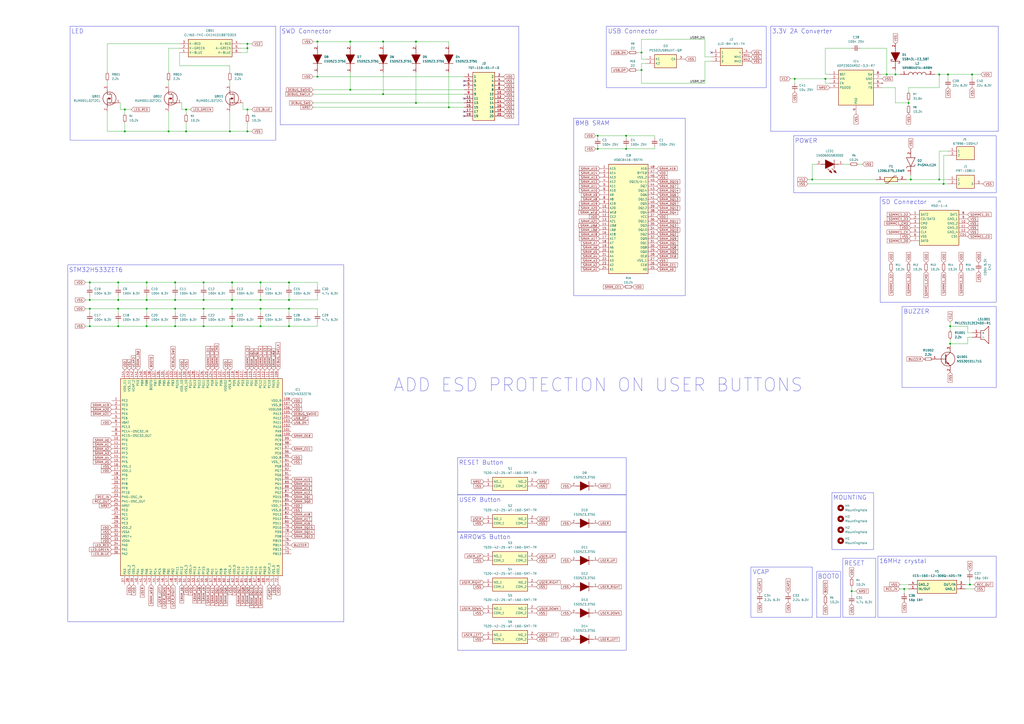
<source format=kicad_sch>
(kicad_sch (version 20250114) (generator "eeschema") (generator_version "9.0")
  (paper "A2")
  (rectangle (start 332.74 68.58) (end 397.51 171.45))
  (rectangle (start 523.24 177.8) (end 577.85 224.79))
  (rectangle (start 510.54 114.3) (end 577.85 175.26))
  (rectangle (start 351.79 15.24) (end 444.5 50.8))
  (rectangle (start 482.6 285.75) (end 506.73 318.77))
  (rectangle (start 435.61 328.93) (end 471.17 358.14))
  (rectangle (start 265.43 265.43) (end 363.22 287.02))
  (rectangle (start 162.56 15.24) (end 300.99 72.39))
  (rectangle (start 447.04 15.24) (end 579.12 76.2))
  (rectangle (start 40.64 15.24) (end 160.02 81.28))
  (rectangle (start 39.37 153.67) (end 199.39 360.68))
  (rectangle (start 460.375 78.74) (end 577.85 111.76))
  (rectangle (start 488.95 323.85) (end 508 358.14))
  (rectangle (start 509.27 322.58) (end 577.85 358.14))
  (rectangle (start 473.71 331.47) (end 487.68 358.14))
  (rectangle (start 265.43 287.02) (end 363.22 308.61))
  (rectangle (start 265.43 308.61) (end 363.22 377.19))
  (text "BUZZER" (at 531.622 180.848 0) (effects (font (size 2.54 2.54))))
  (text "SD Connector" (at 524.51 117.348 0) (effects (font (size 2.54 2.54))))
  (text "ADD ESD PROTECTION ON USER BUTTONS" (at 346.964 223.52 0) (effects (font (size 7.62 7.62))))
  (text "STM32H533ZET6" (at 55.626 156.718 0) (effects (font (size 2.54 2.54))))
  (text "SWD Connector" (at 177.8 18.288 0) (effects (font (size 2.54 2.54))))
  (text "BOOT0" (at 480.568 334.518 0) (effects (font (size 2.54 2.54))))
  (text "3.3V 2A Converter" (at 465.328 18.288 0) (effects (font (size 2.54 2.54))))
  (text "VCAP" (at 441.452 331.978 0) (effects (font (size 2.54 2.54))))
  (text "8MB SRAM" (at 343.662 71.628 0) (effects (font (size 2.54 2.54))))
  (text "USB Connector" (at 367.03 18.288 0) (effects (font (size 2.54 2.54))))
  (text "MOUNTING" (at 493.014 288.798 0) (effects (font (size 2.54 2.54))))
  (text "RESET" (at 495.554 326.898 0) (effects (font (size 2.54 2.54))))
  (text "RESET Button" (at 279.146 268.478 0) (effects (font (size 2.54 2.54))))
  (text "POWER" (at 467.614 81.788 0) (effects (font (size 2.54 2.54))))
  (text "USER Button" (at 278.384 290.068 0) (effects (font (size 2.54 2.54))))
  (text "LED" (at 44.958 18.288 0) (effects (font (size 2.54 2.54))))
  (text "ARROWS Button" (at 281.432 311.658 0) (effects (font (size 2.54 2.54))))
  (text "16MHz crystal" (at 523.748 325.628 0) (effects (font (size 2.54 2.54))))
  (junction (at 107.95 76.2))
  (junction (at 68.58 163.83))
  (junction (at 167.64 179.07))
  (junction (at 363.22 86.36))
  (junction (at 143.51 27.94))
  (junction (at 260.35 62.23))
  (junction (at 241.3 24.13))
  (junction (at 372.11 40.64))
  (junction (at 514.35 43.18))
  (junction (at 101.6 163.83))
  (junction (at 133.35 76.2))
  (junction (at 478.79 45.72))
  (junction (at 372.11 30.48))
  (junction (at 167.64 163.83))
  (junction (at 101.6 189.23))
  (junction (at 97.79 76.2))
  (junction (at 72.39 76.2))
  (junction (at 544.83 43.18))
  (junction (at 184.15 24.13))
  (junction (at 562.61 339.09))
  (junction (at 222.25 54.61))
  (junction (at 68.58 189.23))
  (junction (at 203.2 52.07))
  (junction (at 134.62 173.99))
  (junction (at 107.95 63.5))
  (junction (at 167.64 173.99))
  (junction (at 118.11 163.83))
  (junction (at 118.11 173.99))
  (junction (at 151.13 173.99))
  (junction (at 471.17 104.14))
  (junction (at 551.18 189.23))
  (junction (at 101.6 179.07))
  (junction (at 549.91 43.18))
  (junction (at 85.09 189.23))
  (junction (at 151.13 163.83))
  (junction (at 222.25 24.13))
  (junction (at 118.11 179.07))
  (junction (at 143.51 25.4))
  (junction (at 151.13 189.23))
  (junction (at 544.83 104.14))
  (junction (at 143.51 63.5))
  (junction (at 68.58 173.99))
  (junction (at 461.01 45.72))
  (junction (at 72.39 63.5))
  (junction (at 494.03 342.9))
  (junction (at 134.62 179.07))
  (junction (at 85.09 179.07))
  (junction (at 52.07 173.99))
  (junction (at 551.18 199.39))
  (junction (at 527.05 59.69))
  (junction (at 184.15 44.45))
  (junction (at 52.07 189.23))
  (junction (at 547.37 106.68))
  (junction (at 346.71 78.74))
  (junction (at 85.09 163.83))
  (junction (at 524.51 341.63))
  (junction (at 52.07 163.83))
  (junction (at 68.58 179.07))
  (junction (at 151.13 179.07))
  (junction (at 528.32 104.14))
  (junction (at 346.71 86.36))
  (junction (at 143.51 76.2))
  (junction (at 118.11 189.23))
  (junction (at 85.09 173.99))
  (junction (at 563.88 43.18))
  (junction (at 134.62 189.23))
  (junction (at 363.22 78.74))
  (junction (at 134.62 163.83))
  (junction (at 519.43 43.18))
  (junction (at 241.3 59.69))
  (junction (at 101.6 173.99))
  (junction (at 52.07 179.07))
  (junction (at 167.64 189.23))
  (junction (at 203.2 24.13))
  (no_connect (at 269.24 64.77))
  (no_connect (at 269.24 57.15))
  (no_connect (at 269.24 67.31))
  (no_connect (at 269.24 49.53))
  (no_connect (at 269.24 46.99))
  (no_connect (at 412.75 30.48))
  (wire (pts (xy 542.29 43.18) (xy 544.83 43.18)))
  (wire (pts (xy 151.13 163.83) (xy 167.64 163.83)))
  (wire (pts (xy 184.15 179.07) (xy 167.64 179.07)))
  (wire (pts (xy 561.34 189.23) (xy 561.34 193.04)))
  (wire (pts (xy 345.44 78.74) (xy 346.71 78.74)))
  (wire (pts (xy 372.11 40.64) (xy 369.57 40.64)))
  (wire (pts (xy 105.41 63.5) (xy 105.41 59.69)))
  (wire (pts (xy 167.64 179.07) (xy 151.13 179.07)))
  (wire (pts (xy 52.07 171.45) (xy 52.07 173.99)))
  (wire (pts (xy 68.58 173.99) (xy 85.09 173.99)))
  (wire (pts (xy 101.6 173.99) (xy 118.11 173.99)))
  (wire (pts (xy 101.6 163.83) (xy 118.11 163.83)))
  (wire (pts (xy 222.25 24.13) (xy 203.2 24.13)))
  (wire (pts (xy 139.7 30.48) (xy 143.51 30.48)))
  (wire (pts (xy 62.23 76.2) (xy 72.39 76.2)))
  (wire (pts (xy 167.64 171.45) (xy 167.64 173.99)))
  (wire (pts (xy 372.11 22.86) (xy 372.11 30.48)))
  (wire (pts (xy 85.09 163.83) (xy 101.6 163.83)))
  (wire (pts (xy 118.11 179.07) (xy 101.6 179.07)))
  (wire (pts (xy 379.73 86.36) (xy 363.22 86.36)))
  (wire (pts (xy 107.95 63.5) (xy 107.95 66.04)))
  (wire (pts (xy 471.17 95.25) (xy 471.17 104.14)))
  (wire (pts (xy 140.97 63.5) (xy 140.97 59.69)))
  (wire (pts (xy 260.35 41.91) (xy 260.35 62.23)))
  (wire (pts (xy 72.39 63.5) (xy 72.39 66.04)))
  (wire (pts (xy 549.91 90.17) (xy 547.37 90.17)))
  (wire (pts (xy 369.57 30.48) (xy 372.11 30.48)))
  (wire (pts (xy 203.2 52.07) (xy 269.24 52.07)))
  (wire (pts (xy 524.51 341.63) (xy 527.05 341.63)))
  (wire (pts (xy 374.65 36.83) (xy 372.11 36.83)))
  (wire (pts (xy 139.7 27.94) (xy 143.51 27.94)))
  (wire (pts (xy 511.81 50.8) (xy 519.43 50.8)))
  (wire (pts (xy 105.41 63.5) (xy 107.95 63.5)))
  (wire (pts (xy 97.79 46.99) (xy 97.79 49.53)))
  (wire (pts (xy 260.35 26.67) (xy 260.35 24.13)))
  (wire (pts (xy 519.43 43.18) (xy 519.43 40.64)))
  (wire (pts (xy 52.07 189.23) (xy 68.58 189.23)))
  (wire (pts (xy 134.62 189.23) (xy 151.13 189.23)))
  (wire (pts (xy 494.03 340.36) (xy 494.03 342.9)))
  (wire (pts (xy 85.09 186.69) (xy 85.09 189.23)))
  (wire (pts (xy 72.39 63.5) (xy 76.2 63.5)))
  (wire (pts (xy 167.64 173.99) (xy 184.15 173.99)))
  (wire (pts (xy 104.14 27.94) (xy 97.79 27.94)))
  (wire (pts (xy 524.51 341.63) (xy 524.51 344.17)))
  (wire (pts (xy 563.88 195.58) (xy 561.34 195.58)))
  (wire (pts (xy 151.13 181.61) (xy 151.13 179.07)))
  (wire (pts (xy 101.6 171.45) (xy 101.6 173.99)))
  (wire (pts (xy 511.81 43.18) (xy 514.35 43.18)))
  (wire (pts (xy 528.32 101.6) (xy 528.32 104.14)))
  (wire (pts (xy 519.43 43.18) (xy 521.97 43.18)))
  (wire (pts (xy 184.15 173.99) (xy 184.15 171.45)))
  (wire (pts (xy 101.6 186.69) (xy 101.6 189.23)))
  (wire (pts (xy 49.53 189.23) (xy 52.07 189.23)))
  (wire (pts (xy 134.62 181.61) (xy 134.62 179.07)))
  (wire (pts (xy 461.01 45.72) (xy 461.01 48.26)))
  (wire (pts (xy 167.64 163.83) (xy 184.15 163.83)))
  (wire (pts (xy 143.51 27.94) (xy 143.51 25.4)))
  (wire (pts (xy 151.13 189.23) (xy 167.64 189.23)))
  (wire (pts (xy 134.62 166.37) (xy 134.62 163.83)))
  (wire (pts (xy 379.73 78.74) (xy 379.73 80.01)))
  (wire (pts (xy 134.62 179.07) (xy 118.11 179.07)))
  (wire (pts (xy 563.88 43.18) (xy 549.91 43.18)))
  (wire (pts (xy 547.37 90.17) (xy 547.37 106.68)))
  (wire (pts (xy 134.62 171.45) (xy 134.62 173.99)))
  (wire (pts (xy 203.2 41.91) (xy 203.2 52.07)))
  (wire (pts (xy 519.43 59.69) (xy 527.05 59.69)))
  (wire (pts (xy 49.53 163.83) (xy 52.07 163.83)))
  (wire (pts (xy 52.07 166.37) (xy 52.07 163.83)))
  (wire (pts (xy 52.07 173.99) (xy 68.58 173.99)))
  (wire (pts (xy 551.18 191.77) (xy 551.18 189.23)))
  (wire (pts (xy 167.64 189.23) (xy 167.64 186.69)))
  (wire (pts (xy 494.03 342.9) (xy 494.03 345.44)))
  (wire (pts (xy 101.6 181.61) (xy 101.6 179.07)))
  (wire (pts (xy 181.61 54.61) (xy 222.25 54.61)))
  (wire (pts (xy 499.11 27.94) (xy 514.35 27.94)))
  (wire (pts (xy 549.91 87.63) (xy 544.83 87.63)))
  (wire (pts (xy 133.35 76.2) (xy 143.51 76.2)))
  (wire (pts (xy 241.3 24.13) (xy 222.25 24.13)))
  (wire (pts (xy 346.71 78.74) (xy 363.22 78.74)))
  (wire (pts (xy 496.57 342.9) (xy 494.03 342.9)))
  (wire (pts (xy 85.09 166.37) (xy 85.09 163.83)))
  (wire (pts (xy 481.33 48.26) (xy 478.79 48.26)))
  (wire (pts (xy 139.7 25.4) (xy 143.51 25.4)))
  (wire (pts (xy 49.53 179.07) (xy 52.07 179.07)))
  (wire (pts (xy 527.05 50.8) (xy 544.83 50.8)))
  (wire (pts (xy 241.3 26.67) (xy 241.3 24.13)))
  (wire (pts (xy 478.79 48.26) (xy 478.79 45.72)))
  (wire (pts (xy 458.47 45.72) (xy 461.01 45.72)))
  (wire (pts (xy 260.35 62.23) (xy 269.24 62.23)))
  (wire (pts (xy 52.07 163.83) (xy 68.58 163.83)))
  (wire (pts (xy 167.64 189.23) (xy 184.15 189.23)))
  (wire (pts (xy 68.58 179.07) (xy 52.07 179.07)))
  (wire (pts (xy 549.91 45.72) (xy 549.91 43.18)))
  (wire (pts (xy 222.25 26.67) (xy 222.25 24.13)))
  (wire (pts (xy 184.15 41.91) (xy 184.15 44.45)))
  (wire (pts (xy 372.11 48.26) (xy 408.94 48.26)))
  (wire (pts (xy 345.44 86.36) (xy 346.71 86.36)))
  (wire (pts (xy 133.35 64.77) (xy 133.35 76.2)))
  (wire (pts (xy 561.34 195.58) (xy 561.34 199.39)))
  (wire (pts (xy 563.88 45.72) (xy 563.88 43.18)))
  (wire (pts (xy 241.3 41.91) (xy 241.3 59.69)))
  (wire (pts (xy 184.15 44.45) (xy 269.24 44.45)))
  (wire (pts (xy 151.13 179.07) (xy 134.62 179.07)))
  (wire (pts (xy 72.39 71.12) (xy 72.39 76.2)))
  (wire (pts (xy 118.11 173.99) (xy 134.62 173.99)))
  (wire (pts (xy 514.35 43.18) (xy 519.43 43.18)))
  (wire (pts (xy 500.38 95.25) (xy 497.84 95.25)))
  (wire (pts (xy 363.22 78.74) (xy 379.73 78.74)))
  (wire (pts (xy 118.11 189.23) (xy 134.62 189.23)))
  (wire (pts (xy 372.11 34.29) (xy 374.65 34.29)))
  (wire (pts (xy 167.64 181.61) (xy 167.64 179.07)))
  (wire (pts (xy 203.2 26.67) (xy 203.2 24.13)))
  (wire (pts (xy 151.13 186.69) (xy 151.13 189.23)))
  (wire (pts (xy 551.18 199.39) (xy 561.34 199.39)))
  (wire (pts (xy 143.51 25.4) (xy 146.05 25.4)))
  (wire (pts (xy 478.79 27.94) (xy 494.03 27.94)))
  (wire (pts (xy 408.94 22.86) (xy 372.11 22.86)))
  (wire (pts (xy 143.51 63.5) (xy 140.97 63.5)))
  (wire (pts (xy 97.79 64.77) (xy 97.79 76.2)))
  (wire (pts (xy 561.34 193.04) (xy 563.88 193.04)))
  (wire (pts (xy 222.25 41.91) (xy 222.25 54.61)))
  (wire (pts (xy 118.11 171.45) (xy 118.11 173.99)))
  (wire (pts (xy 544.83 43.18) (xy 549.91 43.18)))
  (wire (pts (xy 69.85 63.5) (xy 69.85 59.69)))
  (wire (pts (xy 203.2 24.13) (xy 184.15 24.13)))
  (wire (pts (xy 481.33 43.18) (xy 478.79 43.18)))
  (wire (pts (xy 492.76 95.25) (xy 488.95 95.25)))
  (wire (pts (xy 72.39 76.2) (xy 97.79 76.2)))
  (wire (pts (xy 346.71 86.36) (xy 346.71 85.09)))
  (wire (pts (xy 143.51 76.2) (xy 146.05 76.2)))
  (wire (pts (xy 97.79 76.2) (xy 107.95 76.2)))
  (wire (pts (xy 68.58 181.61) (xy 68.58 179.07)))
  (wire (pts (xy 471.17 104.14) (xy 508 104.14)))
  (wire (pts (xy 118.11 163.83) (xy 134.62 163.83)))
  (wire (pts (xy 134.62 173.99) (xy 151.13 173.99)))
  (wire (pts (xy 481.33 45.72) (xy 478.79 45.72)))
  (wire (pts (xy 151.13 171.45) (xy 151.13 173.99)))
  (wire (pts (xy 514.35 27.94) (xy 514.35 43.18)))
  (wire (pts (xy 133.35 46.99) (xy 133.35 49.53)))
  (wire (pts (xy 104.14 38.1) (xy 133.35 38.1)))
  (wire (pts (xy 85.09 179.07) (xy 68.58 179.07)))
  (wire (pts (xy 468.63 106.68) (xy 547.37 106.68)))
  (wire (pts (xy 551.18 200.66) (xy 551.18 199.39)))
  (wire (pts (xy 101.6 166.37) (xy 101.6 163.83)))
  (wire (pts (xy 97.79 27.94) (xy 97.79 41.91)))
  (wire (pts (xy 68.58 163.83) (xy 85.09 163.83)))
  (wire (pts (xy 107.95 71.12) (xy 107.95 76.2)))
  (wire (pts (xy 184.15 186.69) (xy 184.15 189.23)))
  (wire (pts (xy 134.62 186.69) (xy 134.62 189.23)))
  (wire (pts (xy 528.32 104.14) (xy 525.78 104.14)))
  (wire (pts (xy 547.37 106.68) (xy 549.91 106.68)))
  (wire (pts (xy 544.83 43.18) (xy 544.83 50.8)))
  (wire (pts (xy 167.64 166.37) (xy 167.64 163.83)))
  (wire (pts (xy 565.15 341.63) (xy 560.07 341.63)))
  (wire (pts (xy 143.51 30.48) (xy 143.51 27.94)))
  (wire (pts (xy 363.22 86.36) (xy 346.71 86.36)))
  (wire (pts (xy 181.61 44.45) (xy 184.15 44.45)))
  (wire (pts (xy 527.05 53.34) (xy 527.05 50.8)))
  (wire (pts (xy 69.85 63.5) (xy 72.39 63.5)))
  (wire (pts (xy 544.83 104.14) (xy 528.32 104.14)))
  (wire (pts (xy 52.07 186.69) (xy 52.07 189.23)))
  (wire (pts (xy 151.13 173.99) (xy 167.64 173.99)))
  (wire (pts (xy 551.18 196.85) (xy 551.18 199.39)))
  (wire (pts (xy 143.51 66.04) (xy 143.51 63.5)))
  (wire (pts (xy 184.15 181.61) (xy 184.15 179.07)))
  (wire (pts (xy 562.61 336.55) (xy 562.61 339.09)))
  (wire (pts (xy 544.83 87.63) (xy 544.83 104.14)))
  (wire (pts (xy 372.11 36.83) (xy 372.11 40.64)))
  (wire (pts (xy 181.61 52.07) (xy 203.2 52.07)))
  (wire (pts (xy 184.15 24.13) (xy 184.15 26.67)))
  (wire (pts (xy 49.53 173.99) (xy 52.07 173.99)))
  (wire (pts (xy 134.62 163.83) (xy 151.13 163.83)))
  (wire (pts (xy 468.63 104.14) (xy 471.17 104.14)))
  (wire (pts (xy 372.11 30.48) (xy 372.11 34.29)))
  (wire (pts (xy 118.11 166.37) (xy 118.11 163.83)))
  (wire (pts (xy 363.22 78.74) (xy 363.22 80.01)))
  (wire (pts (xy 521.97 339.09) (xy 527.05 339.09)))
  (wire (pts (xy 560.07 339.09) (xy 562.61 339.09)))
  (wire (pts (xy 68.58 186.69) (xy 68.58 189.23)))
  (wire (pts (xy 133.35 38.1) (xy 133.35 41.91)))
  (wire (pts (xy 478.79 43.18) (xy 478.79 27.94)))
  (wire (pts (xy 68.58 166.37) (xy 68.58 163.83)))
  (wire (pts (xy 62.23 46.99) (xy 62.23 49.53)))
  (wire (pts (xy 473.71 95.25) (xy 471.17 95.25)))
  (wire (pts (xy 85.09 181.61) (xy 85.09 179.07)))
  (wire (pts (xy 85.09 173.99) (xy 101.6 173.99)))
  (wire (pts (xy 52.07 181.61) (xy 52.07 179.07)))
  (wire (pts (xy 107.95 76.2) (xy 133.35 76.2)))
  (wire (pts (xy 408.94 35.56) (xy 412.75 35.56)))
  (wire (pts (xy 562.61 339.09) (xy 565.15 339.09)))
  (wire (pts (xy 363.22 85.09) (xy 363.22 86.36)))
  (wire (pts (xy 521.97 341.63) (xy 524.51 341.63)))
  (wire (pts (xy 241.3 59.69) (xy 269.24 59.69)))
  (wire (pts (xy 107.95 63.5) (xy 110.49 63.5)))
  (wire (pts (xy 519.43 50.8) (xy 519.43 59.69)))
  (wire (pts (xy 527.05 58.42) (xy 527.05 59.69)))
  (wire (pts (xy 143.51 71.12) (xy 143.51 76.2)))
  (wire (pts (xy 68.58 189.23) (xy 85.09 189.23)))
  (wire (pts (xy 408.94 33.02) (xy 408.94 22.86)))
  (wire (pts (xy 181.61 59.69) (xy 241.3 59.69)))
  (wire (pts (xy 118.11 181.61) (xy 118.11 179.07)))
  (wire (pts (xy 527.05 59.69) (xy 527.05 60.96)))
  (wire (pts (xy 184.15 166.37) (xy 184.15 163.83)))
  (wire (pts (xy 143.51 63.5) (xy 146.05 63.5)))
  (wire (pts (xy 118.11 186.69) (xy 118.11 189.23)))
  (wire (pts (xy 104.14 30.48) (xy 104.14 38.1)))
  (wire (pts (xy 412.75 33.02) (xy 408.94 33.02)))
  (wire (pts (xy 68.58 171.45) (xy 68.58 173.99)))
  (wire (pts (xy 104.14 25.4) (xy 62.23 25.4)))
  (wire (pts (xy 549.91 104.14) (xy 544.83 104.14)))
  (wire (pts (xy 85.09 189.23) (xy 101.6 189.23)))
  (wire (pts (xy 551.18 186.69) (xy 551.18 189.23)))
  (wire (pts (xy 563.88 43.18) (xy 568.96 43.18)))
  (wire (pts (xy 181.61 24.13) (xy 184.15 24.13)))
  (wire (pts (xy 461.01 45.72) (xy 478.79 45.72)))
  (wire (pts (xy 408.94 48.26) (xy 408.94 35.56)))
  (wire (pts (xy 101.6 189.23) (xy 118.11 189.23)))
  (wire (pts (xy 372.11 40.64) (xy 372.11 48.26)))
  (wire (pts (xy 101.6 179.07) (xy 85.09 179.07)))
  (wire (pts (xy 62.23 25.4) (xy 62.23 41.91)))
  (wire (pts (xy 151.13 166.37) (xy 151.13 163.83)))
  (wire (pts (xy 181.61 62.23) (xy 260.35 62.23)))
  (wire (pts (xy 260.35 24.13) (xy 241.3 24.13)))
  (wire (pts (xy 379.73 85.09) (xy 379.73 86.36)))
  (wire (pts (xy 222.25 54.61) (xy 269.24 54.61)))
  (wire (pts (xy 551.18 189.23) (xy 561.34 189.23)))
  (wire (pts (xy 346.71 78.74) (xy 346.71 80.01)))
  (wire (pts (xy 85.09 171.45) (xy 85.09 173.99)))
  (wire (pts (xy 62.23 64.77) (xy 62.23 76.2)))
  (label "USBR_DP" (at 408.94 48.26 180))
  (label "USBR_DN" (at 408.94 22.86 180))
  (global_label "SRAM_A2" (shape input) (at 64.77 260.35 180) (property "Intersheetrefs" "${INTERSHEET_REFS}" (effects (hide yes))))
  (global_label "SRAM_DQ7" (shape input) (at 381 107.95 0) (property "Intersheetrefs" "${INTERSHEET_REFS}" (effects (hide yes))))
  (global_label "SRAM_A18" (shape input) (at 168.91 298.45 0) (property "Intersheetrefs" "${INTERSHEET_REFS}" (effects (hide yes))))
  (global_label "VDD" (shape input) (at 49.53 179.07 180) (property "Intersheetrefs" "${INTERSHEET_REFS}" (effects (hide yes))))
  (global_label "SRAM_A8" (shape input) (at 115.57 339.09 270) (property "Intersheetrefs" "${INTERSHEET_REFS}" (effects (hide yes))))
  (global_label "USER_LEFT" (shape input) (at 280.67 368.3 180) (property "Intersheetrefs" "${INTERSHEET_REFS}" (effects (hide yes))))
  (global_label "BOOT0" (shape input) (at 87.63 214.63 90) (property "Intersheetrefs" "${INTERSHEET_REFS}" (effects (hide yes))))
  (global_label "VSS" (shape input) (at 292.1 52.07 0) (property "Intersheetrefs" "${INTERSHEET_REFS}" (effects (hide yes))))
  (global_label "VSS" (shape input) (at 468.63 106.68 180) (property "Intersheetrefs" "${INTERSHEET_REFS}" (effects (hide yes))))
  (global_label "LED_BLUE" (shape input) (at 146.05 63.5 0) (property "Intersheetrefs" "${INTERSHEET_REFS}" (effects (hide yes))))
  (global_label "SRAM_DQ8" (shape input) (at 140.97 339.09 270) (property "Intersheetrefs" "${INTERSHEET_REFS}" (effects (hide yes))))
  (global_label "VSS" (shape input) (at 494.03 350.52 270) (property "Intersheetrefs" "${INTERSHEET_REFS}" (effects (hide yes))))
  (global_label "VSS" (shape input) (at 500.38 95.25 0) (property "Intersheetrefs" "${INTERSHEET_REFS}" (effects (hide yes))))
  (global_label "VDD" (shape input) (at 168.91 237.49 0) (property "Intersheetrefs" "${INTERSHEET_REFS}" (effects (hide yes))))
  (global_label "NRST" (shape input) (at 64.77 293.37 180) (property "Intersheetrefs" "${INTERSHEET_REFS}" (effects (hide yes))))
  (global_label "USER" (shape input) (at 82.55 339.09 270) (property "Intersheetrefs" "${INTERSHEET_REFS}" (effects (hide yes))))
  (global_label "VSS" (shape input) (at 331.47 340.36 180) (property "Intersheetrefs" "${INTERSHEET_REFS}" (effects (hide yes))))
  (global_label "USER" (shape input) (at 311.15 300.99 0) (property "Intersheetrefs" "${INTERSHEET_REFS}" (effects (hide yes))))
  (global_label "SRAM_A6" (shape input) (at 105.41 339.09 270) (property "Intersheetrefs" "${INTERSHEET_REFS}" (effects (hide yes))))
  (global_label "SRAM_DQ14" (shape input) (at 168.91 308.61 0) (property "Intersheetrefs" "${INTERSHEET_REFS}" (effects (hide yes))))
  (global_label "SRAM_DQ0" (shape input) (at 168.91 290.83 0) (property "Intersheetrefs" "${INTERSHEET_REFS}" (effects (hide yes))))
  (global_label "SRAM_DQ11" (shape input) (at 148.59 339.09 270) (property "Intersheetrefs" "${INTERSHEET_REFS}" (effects (hide yes))))
  (global_label "VSS" (shape input) (at 292.1 46.99 0) (property "Intersheetrefs" "${INTERSHEET_REFS}" (effects (hide yes))))
  (global_label "VSS" (shape input) (at 435.61 33.02 0) (property "Intersheetrefs" "${INTERSHEET_REFS}" (effects (hide yes))))
  (global_label "VSS" (shape input) (at 561.34 134.62 0) (property "Intersheetrefs" "${INTERSHEET_REFS}" (effects (hide yes))))
  (global_label "SRAM_CE1" (shape input) (at 381 153.67 0) (property "Intersheetrefs" "${INTERSHEET_REFS}" (effects (hide yes))))
  (global_label "SRAM_DQ0" (shape input) (at 381 146.05 0) (property "Intersheetrefs" "${INTERSHEET_REFS}" (effects (hide yes))))
  (global_label "VSS" (shape input) (at 311.15 370.84 0) (property "Intersheetrefs" "${INTERSHEET_REFS}" (effects (hide yes))))
  (global_label "SRAM_A19" (shape input) (at 347.98 118.11 180) (property "Intersheetrefs" "${INTERSHEET_REFS}" (effects (hide yes))))
  (global_label "VSS" (shape input) (at 311.15 325.12 0) (property "Intersheetrefs" "${INTERSHEET_REFS}" (effects (hide yes))))
  (global_label "DEBUG_SWO" (shape input) (at 181.61 59.69 180) (property "Intersheetrefs" "${INTERSHEET_REFS}" (effects (hide yes))))
  (global_label "SRAM_DQ10" (shape input) (at 146.05 339.09 270) (property "Intersheetrefs" "${INTERSHEET_REFS}" (effects (hide yes))))
  (global_label "SRAM_A20" (shape input) (at 64.77 237.49 180) (property "Intersheetrefs" "${INTERSHEET_REFS}" (effects (hide yes))))
  (global_label "SRAM_A12" (shape input) (at 168.91 285.75 0) (property "Intersheetrefs" "${INTERSHEET_REFS}" (effects (hide yes))))
  (global_label "SRAM_LB#" (shape input) (at 347.98 133.35 180) (property "Intersheetrefs" "${INTERSHEET_REFS}" (effects (hide yes))))
  (global_label "USER" (shape input) (at 280.67 300.99 180) (property "Intersheetrefs" "${INTERSHEET_REFS}" (effects (hide yes))))
  (global_label "VDD" (shape input) (at 527.05 152.4 90) (property "Intersheetrefs" "${INTERSHEET_REFS}" (effects (hide yes))))
  (global_label "SRAM_A9" (shape input) (at 347.98 113.03 180) (property "Intersheetrefs" "${INTERSHEET_REFS}" (effects (hide yes))))
  (global_label "VDD" (shape input) (at 135.89 339.09 270) (property "Intersheetrefs" "${INTERSHEET_REFS}" (effects (hide yes))))
  (global_label "USER_RIGHT" (shape input) (at 346.71 340.36 0) (property "Intersheetrefs" "${INTERSHEET_REFS}" (effects (hide yes))))
  (global_label "VSS" (shape input) (at 478.79 350.52 270) (property "Intersheetrefs" "${INTERSHEET_REFS}" (effects (hide yes))))
  (global_label "VDD" (shape input) (at 64.77 311.15 180) (property "Intersheetrefs" "${INTERSHEET_REFS}" (effects (hide yes))))
  (global_label "USB_DN" (shape input) (at 168.91 245.11 0) (property "Intersheetrefs" "${INTERSHEET_REFS}" (effects (hide yes))))
  (global_label "USER_DOWN" (shape input) (at 95.25 339.09 270) (property "Intersheetrefs" "${INTERSHEET_REFS}" (effects (hide yes))))
  (global_label "VDD" (shape input) (at 49.53 163.83 180) (property "Intersheetrefs" "${INTERSHEET_REFS}" (effects (hide yes))))
  (global_label "SRAM_DQ3" (shape input) (at 381 130.81 0) (property "Intersheetrefs" "${INTERSHEET_REFS}" (effects (hide yes))))
  (global_label "SDMMC1_D0" (shape input) (at 528.32 139.7 180) (property "Intersheetrefs" "${INTERSHEET_REFS}" (effects (hide yes))))
  (global_label "USER_DOWN" (shape input) (at 280.67 353.06 180) (property "Intersheetrefs" "${INTERSHEET_REFS}" (effects (hide yes))))
  (global_label "VSS" (shape input) (at 311.15 355.6 0) (property "Intersheetrefs" "${INTERSHEET_REFS}" (effects (hide yes))))
  (global_label "SRAM_A5" (shape input) (at 64.77 267.97 180) (property "Intersheetrefs" "${INTERSHEET_REFS}" (effects (hide yes))))
  (global_label "SDMMC1_D0" (shape input) (at 123.19 214.63 90) (property "Intersheetrefs" "${INTERSHEET_REFS}" (effects (hide yes))))
  (global_label "USER_RIGHT" (shape input) (at 311.15 337.82 0) (property "Intersheetrefs" "${INTERSHEET_REFS}" (effects (hide yes))))
  (global_label "VDD" (shape input) (at 77.47 339.09 270) (property "Intersheetrefs" "${INTERSHEET_REFS}" (effects (hide yes))))
  (global_label "VDD" (shape input) (at 168.91 293.37 0) (property "Intersheetrefs" "${INTERSHEET_REFS}" (effects (hide yes))))
  (global_label "VDD" (shape input) (at 537.21 152.4 90) (property "Intersheetrefs" "${INTERSHEET_REFS}" (effects (hide yes))))
  (global_label "BUZZER" (shape input) (at 168.91 316.23 0) (property "Intersheetrefs" "${INTERSHEET_REFS}" (effects (hide yes))))
  (global_label "VSS" (shape input) (at 562.61 331.47 90) (property "Intersheetrefs" "${INTERSHEET_REFS}" (effects (hide yes))))
  (global_label "USER_RIGHT" (shape input) (at 100.33 339.09 270) (property "Intersheetrefs" "${INTERSHEET_REFS}" (effects (hide yes))))
  (global_label "SRAM_A21" (shape input) (at 347.98 128.27 180) (property "Intersheetrefs" "${INTERSHEET_REFS}" (effects (hide yes))))
  (global_label "NRST" (shape input) (at 280.67 279.4 180) (property "Intersheetrefs" "${INTERSHEET_REFS}" (effects (hide yes))))
  (global_label "VSS" (shape input) (at 49.53 189.23 180) (property "Intersheetrefs" "${INTERSHEET_REFS}" (effects (hide yes))))
  (global_label "VSS" (shape input) (at 345.44 86.36 180) (property "Intersheetrefs" "${INTERSHEET_REFS}" (effects (hide yes))))
  (global_label "VSS" (shape input) (at 331.47 355.6 180) (property "Intersheetrefs" "${INTERSHEET_REFS}" (effects (hide yes))))
  (global_label "LED_RED" (shape input) (at 64.77 316.23 180) (property "Intersheetrefs" "${INTERSHEET_REFS}" (effects (hide yes))))
  (global_label "SRAM_A15" (shape input) (at 168.91 278.13 0) (property "Intersheetrefs" "${INTERSHEET_REFS}" (effects (hide yes))))
  (global_label "SDMMC1_D3" (shape input) (at 528.32 127 180) (property "Intersheetrefs" "${INTERSHEET_REFS}" (effects (hide yes))))
  (global_label "SRAM_A12" (shape input) (at 347.98 105.41 180) (property "Intersheetrefs" "${INTERSHEET_REFS}" (effects (hide yes))))
  (global_label "RCC_IN" (shape input) (at 64.77 288.29 180) (property "Intersheetrefs" "${INTERSHEET_REFS}" (effects (hide yes))))
  (global_label "USB_DN" (shape input) (at 364.49 30.48 180) (property "Intersheetrefs" "${INTERSHEET_REFS}" (effects (hide yes))))
  (global_label "VDD" (shape input) (at 547.37 152.4 90) (property "Intersheetrefs" "${INTERSHEET_REFS}" (effects (hide yes))))
  (global_label "VDD" (shape input) (at 347.98 125.73 180) (property "Intersheetrefs" "${INTERSHEET_REFS}" (effects (hide yes))))
  (global_label "SDMMC1_D2" (shape input) (at 516.89 157.48 270) (property "Intersheetrefs" "${INTERSHEET_REFS}" (effects (hide yes))))
  (global_label "VSS" (shape input) (at 331.47 281.94 180) (property "Intersheetrefs" "${INTERSHEET_REFS}" (effects (hide yes))))
  (global_label "SRAM_DQ4" (shape input) (at 381 123.19 0) (property "Intersheetrefs" "${INTERSHEET_REFS}" (effects (hide yes))))
  (global_label "SRAM_WE#" (shape input) (at 347.98 123.19 180) (property "Intersheetrefs" "${INTERSHEET_REFS}" (effects (hide yes))))
  (global_label "SRAM_A3" (shape input) (at 64.77 262.89 180) (property "Intersheetrefs" "${INTERSHEET_REFS}" (effects (hide yes))))
  (global_label "VDD" (shape input) (at 110.49 339.09 270) (property "Intersheetrefs" "${INTERSHEET_REFS}" (effects (hide yes))))
  (global_label "SRAM_A11" (shape input) (at 347.98 107.95 180) (property "Intersheetrefs" "${INTERSHEET_REFS}" (effects (hide yes))))
  (global_label "SRAM_DQ3" (shape input) (at 146.05 214.63 90) (property "Intersheetrefs" "${INTERSHEET_REFS}" (effects (hide yes))))
  (global_label "VDD" (shape input) (at 168.91 232.41 0) (property "Intersheetrefs" "${INTERSHEET_REFS}" (effects (hide yes))))
  (global_label "VSS" (shape input) (at 280.67 303.53 180) (property "Intersheetrefs" "${INTERSHEET_REFS}" (effects (hide yes))))
  (global_label "VSS" (shape input) (at 280.67 355.6 180) (property "Intersheetrefs" "${INTERSHEET_REFS}" (effects (hide yes))))
  (global_label "VSS" (shape input) (at 521.97 339.09 180) (property "Intersheetrefs" "${INTERSHEET_REFS}" (effects (hide yes))))
  (global_label "VSS" (shape input) (at 331.47 370.84 180) (property "Intersheetrefs" "${INTERSHEET_REFS}" (effects (hide yes))))
  (global_label "SRAM_A15" (shape input) (at 347.98 97.79 180) (property "Intersheetrefs" "${INTERSHEET_REFS}" (effects (hide yes))))
  (global_label "VDD" (shape input) (at 64.77 313.69 180) (property "Intersheetrefs" "${INTERSHEET_REFS}" (effects (hide yes))))
  (global_label "SRAM_OE#" (shape input) (at 168.91 252.73 0) (property "Intersheetrefs" "${INTERSHEET_REFS}" (effects (hide yes))))
  (global_label "RCC_OUT" (shape input) (at 64.77 290.83 180) (property "Intersheetrefs" "${INTERSHEET_REFS}" (effects (hide yes))))
  (global_label "VDD" (shape input) (at 130.81 214.63 90) (property "Intersheetrefs" "${INTERSHEET_REFS}" (effects (hide yes))))
  (global_label "VDD" (shape input) (at 381 100.33 0) (property "Intersheetrefs" "${INTERSHEET_REFS}" (effects (hide yes))))
  (global_label "VSS" (shape input) (at 311.15 340.36 0) (property "Intersheetrefs" "${INTERSHEET_REFS}" (effects (hide yes))))
  (global_label "DEBUG_SWCLK" (shape input) (at 161.29 214.63 90) (property "Intersheetrefs" "${INTERSHEET_REFS}" (effects (hide yes))))
  (global_label "VDD" (shape input) (at 72.39 214.63 90) (property "Intersheetrefs" "${INTERSHEET_REFS}" (effects (hide yes))))
  (global_label "RCC_OUT" (shape input) (at 565.15 339.09 0) (property "Intersheetrefs" "${INTERSHEET_REFS}" (effects (hide yes))))
  (global_label "USER_DOWN" (shape input) (at 346.71 355.6 0) (property "Intersheetrefs" "${INTERSHEET_REFS}" (effects (hide yes))))
  (global_label "VSS" (shape input) (at 133.35 339.09 270) (property "Intersheetrefs" "${INTERSHEET_REFS}" (effects (hide yes))))
  (global_label "SDMMC1_CK" (shape input) (at 528.32 134.62 180) (property "Intersheetrefs" "${INTERSHEET_REFS}" (effects (hide yes))))
  (global_label "SRAM_A20" (shape input) (at 347.98 120.65 180) (property "Intersheetrefs" "${INTERSHEET_REFS}" (effects (hide yes))))
  (global_label "SRAM_DQ8" (shape input) (at 381 143.51 0) (property "Intersheetrefs" "${INTERSHEET_REFS}" (effects (hide yes))))
  (global_label "DEBUG_SWDIO" (shape input) (at 181.61 52.07 180) (property "Intersheetrefs" "${INTERSHEET_REFS}" (effects (hide yes))))
  (global_label "SRAM_UB#" (shape input) (at 158.75 214.63 90) (property "Intersheetrefs" "${INTERSHEET_REFS}" (effects (hide yes))))
  (global_label "USER" (shape input) (at 346.71 303.53 0) (property "Intersheetrefs" "${INTERSHEET_REFS}" (effects (hide yes))))
  (global_label "VSS" (shape input) (at 311.15 281.94 0) (property "Intersheetrefs" "${INTERSHEET_REFS}" (effects (hide yes))))
  (global_label "SRAM_DQ6" (shape input) (at 130.81 339.09 270) (property "Intersheetrefs" "${INTERSHEET_REFS}" (effects (hide yes))))
  (global_label "VDD" (shape input) (at 64.77 306.07 180) (property "Intersheetrefs" "${INTERSHEET_REFS}" (effects (hide yes))))
  (global_label "VSS" (shape input) (at 567.69 157.48 270) (property "Intersheetrefs" "${INTERSHEET_REFS}" (effects (hide yes))))
  (global_label "SRAM_A8" (shape input) (at 347.98 115.57 180) (property "Intersheetrefs" "${INTERSHEET_REFS}" (effects (hide yes))))
  (global_label "VSS" (shape input) (at 158.75 339.09 270) (property "Intersheetrefs" "${INTERSHEET_REFS}" (effects (hide yes))))
  (global_label "VSS" (shape input) (at 565.15 341.63 0) (property "Intersheetrefs" "${INTERSHEET_REFS}" (effects (hide yes))))
  (global_label "SRAM_OE#" (shape input) (at 381 148.59 0) (property "Intersheetrefs" "${INTERSHEET_REFS}" (effects (hide yes))))
  (global_label "BUZZER" (shape input) (at 535.94 208.28 180) (property "Intersheetrefs" "${INTERSHEET_REFS}" (effects (hide yes))))
  (global_label "SRAM_A4" (shape input) (at 64.77 265.43 180) (property "Intersheetrefs" "${INTERSHEET_REFS}" (effects (hide yes))))
  (global_label "SRAM_UB#" (shape input) (at 347.98 130.81 180) (property "Intersheetrefs" "${INTERSHEET_REFS}" (effects (hide yes))))
  (global_label "SRAM_A0" (shape input) (at 381 156.21 0) (property "Intersheetrefs" "${INTERSHEET_REFS}" (effects (hide yes))))
  (global_label "VSS" (shape input) (at 496.57 66.04 270) (property "Intersheetrefs" "${INTERSHEET_REFS}" (effects (hide yes))))
  (global_label "SRAM_DQ5" (shape input) (at 128.27 339.09 270) (property "Intersheetrefs" "${INTERSHEET_REFS}" (effects (hide yes))))
  (global_label "VSS" (shape input) (at 457.2 349.25 270) (property "Intersheetrefs" "${INTERSHEET_REFS}" (effects (hide yes))))
  (global_label "SDMMC1_CK" (shape input) (at 151.13 214.63 90) (property "Intersheetrefs" "${INTERSHEET_REFS}" (effects (hide yes))))
  (global_label "VSS" (shape input) (at 381 151.13 0) (property "Intersheetrefs" "${INTERSHEET_REFS}" (effects (hide yes))))
  (global_label "VDD" (shape input) (at 181.61 44.45 180) (property "Intersheetrefs" "${INTERSHEET_REFS}" (effects (hide yes))))
  (global_label "USER_RIGHT" (shape input) (at 280.67 337.82 180) (property "Intersheetrefs" "${INTERSHEET_REFS}" (effects (hide yes))))
  (global_label "USB_DP" (shape input) (at 364.49 40.64 180) (property "Intersheetrefs" "${INTERSHEET_REFS}" (effects (hide yes))))
  (global_label "VSS" (shape input) (at 528.32 137.16 180) (property "Intersheetrefs" "${INTERSHEET_REFS}" (effects (hide yes))))
  (global_label "SDMMC1_D1" (shape input) (at 557.53 157.48 270) (property "Intersheetrefs" "${INTERSHEET_REFS}" (effects (hide yes))))
  (global_label "VSS" (shape input) (at 107.95 214.63 90) (property "Intersheetrefs" "${INTERSHEET_REFS}" (effects (hide yes))))
  (global_label "NRST" (shape input) (at 311.15 279.4 0) (property "Intersheetrefs" "${INTERSHEET_REFS}" (effects (hide yes))))
  (global_label "SRAM_A2" (shape input) (at 347.98 153.67 180) (property "Intersheetrefs" "${INTERSHEET_REFS}" (effects (hide yes))))
  (global_label "SRAM_WE#" (shape input) (at 87.63 339.09 270) (property "Intersheetrefs" "${INTERSHEET_REFS}" (effects (hide yes))))
  (global_label "VDD" (shape input) (at 161.29 339.09 270) (property "Intersheetrefs" "${INTERSHEET_REFS}" (effects (hide yes))))
  (global_label "SRAM_DQ9" (shape input) (at 143.51 339.09 270) (property "Intersheetrefs" "${INTERSHEET_REFS}" (effects (hide yes))))
  (global_label "VSS" (shape input) (at 527.05 66.04 270) (property "Intersheetrefs" "${INTERSHEET_REFS}" (effects (hide yes))))
  (global_label "VSS" (shape input) (at 168.91 295.91 0) (property "Intersheetrefs" "${INTERSHEET_REFS}" (effects (hide yes))))
  (global_label "VSS" (shape input) (at 528.32 86.36 90) (property "Intersheetrefs" "${INTERSHEET_REFS}" (effects (hide yes))))
  (global_label "SRAM_DQ12" (shape input) (at 151.13 339.09 270) (property "Intersheetrefs" "${INTERSHEET_REFS}" (effects (hide yes))))
  (global_label "SRAM_A7" (shape input) (at 113.03 339.09 270) (property "Intersheetrefs" "${INTERSHEET_REFS}" (effects (hide yes))))
  (global_label "SRAM_A1" (shape input) (at 64.77 257.81 180) (property "Intersheetrefs" "${INTERSHEET_REFS}" (effects (hide yes))))
  (global_label "VSS" (shape input) (at 168.91 234.95 0) (property "Intersheetrefs" "${INTERSHEET_REFS}" (effects (hide yes))))
  (global_label "SRAM_LB#" (shape input) (at 80.01 214.63 90) (property "Intersheetrefs" "${INTERSHEET_REFS}" (effects (hide yes))))
  (global_label "VSS" (shape input) (at 551.18 215.9 270) (property "Intersheetrefs" "${INTERSHEET_REFS}" (effects (hide yes))))
  (global_label "VCAP2" (shape input) (at 77.47 214.63 90) (property "Intersheetrefs" "${INTERSHEET_REFS}" (effects (hide yes))))
  (global_label "SRAM_A10" (shape input) (at 347.98 110.49 180) (property "Intersheetrefs" "${INTERSHEET_REFS}" (effects (hide yes))))
  (global_label "USB_DP" (shape input) (at 168.91 242.57 0) (property "Intersheetrefs" "${INTERSHEET_REFS}" (effects (hide yes))))
  (global_label "VDD" (shape input) (at 168.91 265.43 0) (property "Intersheetrefs" "${INTERSHEET_REFS}" (effects (hide yes))))
  (global_label "SRAM_A6" (shape input) (at 347.98 143.51 180) (property "Intersheetrefs" "${INTERSHEET_REFS}" (effects (hide yes))))
  (global_label "VSS" (shape input) (at 168.91 267.97 0) (property "Intersheetrefs" "${INTERSHEET_REFS}" (effects (hide yes))))
  (global_label "VDD" (shape input) (at 345.44 78.74 180) (property "Intersheetrefs" "${INTERSHEET_REFS}" (effects (hide yes))))
  (global_label "SRAM_A5" (shape input) (at 347.98 146.05 180) (property "Intersheetrefs" "${INTERSHEET_REFS}" (effects (hide yes))))
  (global_label "VSS" (shape input) (at 49.53 173.99 180) (property "Intersheetrefs" "${INTERSHEET_REFS}" (effects (hide yes))))
  (global_label "VDD" (shape input) (at 557.53 152.4 90) (property "Intersheetrefs" "${INTERSHEET_REFS}" (effects (hide yes))))
  (global_label "VSS" (shape input) (at 397.51 34.29 0) (property "Intersheetrefs" "${INTERSHEET_REFS}" (effects (hide yes))))
  (global_label "VSS" (shape input) (at 435.61 30.48 0) (property "Intersheetrefs" "${INTERSHEET_REFS}" (effects (hide yes))))
  (global_label "SRAM_A13" (shape input) (at 168.91 283.21 0) (property "Intersheetrefs" "${INTERSHEET_REFS}" (effects (hide yes))))
  (global_label "VDD" (shape input) (at 64.77 273.05 180) (property "Intersheetrefs" "${INTERSHEET_REFS}" (effects (hide yes))))
  (global_label "VSS" (shape input) (at 549.91 50.8 270) (property "Intersheetrefs" "${INTERSHEET_REFS}" (effects (hide yes))))
  (global_label "LED_RED" (shape input) (at 76.2 63.5 0) (property "Intersheetrefs" "${INTERSHEET_REFS}" (effects (hide yes))))
  (global_label "LED_GREEN" (shape input) (at 64.77 318.77 180) (property "Intersheetrefs" "${INTERSHEET_REFS}" (effects (hide yes))))
  (global_label "VSS" (shape input) (at 511.81 45.72 0) (property "Intersheetrefs" "${INTERSHEET_REFS}" (effects (hide yes))))
  (global_label "NRST" (shape input) (at 496.57 342.9 0) (property "Intersheetrefs" "${INTERSHEET_REFS}" (effects (hide yes))))
  (global_label "VSS" (shape input) (at 561.34 127 0) (property "Intersheetrefs" "${INTERSHEET_REFS}" (effects (hide yes))))
  (global_label "SRAM_DQ13" (shape input) (at 168.91 311.15 0) (property "Intersheetrefs" "${INTERSHEET_REFS}" (effects (hide yes))))
  (global_label "VSS" (shape input) (at 563.88 50.8 270) (property "Intersheetrefs" "${INTERSHEET_REFS}" (effects (hide yes))))
  (global_label "V12" (shape input) (at 458.47 45.72 180) (property "Intersheetrefs" "${INTERSHEET_REFS}" (effects (hide yes))))
  (global_label "USER_LEFT" (shape input) (at 311.15 368.3 0) (property "Intersheetrefs" "${INTERSHEET_REFS}" (effects (hide yes))))
  (global_label "SDMMC1_CMD" (shape input) (at 537.21 157.48 270) (property "Intersheetrefs" "${INTERSHEET_REFS}" (effects (hide yes))))
  (global_label "SRAM_DQ15" (shape input) (at 381 105.41 0) (property "Intersheetrefs" "${INTERSHEET_REFS}" (effects (hide yes))))
  (global_label "SDMMC1_D0" (shape input) (at 547.37 157.48 270) (property "Intersheetrefs" "${INTERSHEET_REFS}" (effects (hide yes))))
  (global_label "USER_UP" (shape input) (at 97.79 339.09 270) (property "Intersheetrefs" "${INTERSHEET_REFS}" (effects (hide yes))))
  (global_label "VSS" (shape input) (at 107.95 339.09 270) (property "Intersheetrefs" "${INTERSHEET_REFS}" (effects (hide yes))))
  (global_label "SRAM_DQ14" (shape input) (at 381 110.49 0) (property "Intersheetrefs" "${INTERSHEET_REFS}" (effects (hide yes))))
  (global_label "USER_UP" (shape input) (at 346.71 325.12 0) (property "Intersheetrefs" "${INTERSHEET_REFS}" (effects (hide yes))))
  (global_label "VSS" (shape input) (at 331.47 303.53 180) (property "Intersheetrefs" "${INTERSHEET_REFS}" (effects (hide yes))))
  (global_label "VDD" (shape input) (at 568.96 43.18 0) (property "Intersheetrefs" "${INTERSHEET_REFS}" (effects (hide yes))))
  (global_label "VSS" (shape input) (at 519.43 25.4 90) (property "Intersheetrefs" "${INTERSHEET_REFS}" (effects (hide yes))))
  (global_label "VDD" (shape input) (at 516.89 152.4 90) (property "Intersheetrefs" "${INTERSHEET_REFS}" (effects (hide yes))))
  (global_label "LED_GREEN" (shape input) (at 110.49 63.5 0) (property "Intersheetrefs" "${INTERSHEET_REFS}" (effects (hide yes))))
  (global_label "VDD" (shape input) (at 381 125.73 0) (property "Intersheetrefs" "${INTERSHEET_REFS}" (effects (hide yes))))
  (global_label "SRAM_A9" (shape input) (at 118.11 339.09 270) (property "Intersheetrefs" "${INTERSHEET_REFS}" (effects (hide yes))))
  (global_label "VDD" (shape input) (at 64.77 245.11 180) (property "Intersheetrefs" "${INTERSHEET_REFS}" (effects (hide yes))))
  (global_label "VSS" (shape input) (at 64.77 270.51 180) (property "Intersheetrefs" "${INTERSHEET_REFS}" (effects (hide yes))))
  (global_label "VSS" (shape input) (at 292.1 49.53 0) (property "Intersheetrefs" "${INTERSHEET_REFS}" (effects (hide yes))))
  (global_label "VCAP2" (shape input) (at 457.2 344.17 90) (property "Intersheetrefs" "${INTERSHEET_REFS}" (effects (hide yes))))
  (global_label "SRAM_A18" (shape input) (at 347.98 135.89 180) (property "Intersheetrefs" "${INTERSHEET_REFS}" (effects (hide yes))))
  (global_label "NRST" (shape input) (at 181.61 62.23 180) (property "Intersheetrefs" "${INTERSHEET_REFS}" (effects (hide yes))))
  (global_label "SRAM_DQ2" (shape input) (at 148.59 214.63 90) (property "Intersheetrefs" "${INTERSHEET_REFS}" (effects (hide yes))))
  (global_label "VDD" (shape input) (at 567.69 152.4 90) (property "Intersheetrefs" "${INTERSHEET_REFS}" (effects (hide yes))))
  (global_label "LED_BLUE" (shape input) (at 64.77 321.31 180) (property "Intersheetrefs" "${INTERSHEET_REFS}" (effects (hide yes))))
  (global_label "NRST" (shape input) (at 481.33 50.8 180) (property "Intersheetrefs" "${INTERSHEET_REFS}" (effects (hide yes))))
  (global_label "SRAM_DQ2" (shape input) (at 381 135.89 0) (property "Intersheetrefs" "${INTERSHEET_REFS}" (effects (hide yes))))
  (global_label "SRAM_A17" (shape input) (at 347.98 138.43 180) (property "Intersheetrefs" "${INTERSHEET_REFS}" (effects (hide yes))))
  (global_label "SRAM_A4" (shape input) (at 347.98 148.59 180) (property "Intersheetrefs" "${INTERSHEET_REFS}" (effects (hide yes))))
  (global_label "VSS" (shape input) (at 280.67 325.12 180) (property "Intersheetrefs" "${INTERSHEET_REFS}" (effects (hide yes))))
  (global_label "VSS" (shape input) (at 292.1 64.77 0) (property "Intersheetrefs" "${INTERSHEET_REFS}" (effects (hide yes))))
  (global_label "SDMMC1_D1" (shape input) (at 120.65 214.63 90) (property "Intersheetrefs" "${INTERSHEET_REFS}" (effects (hide yes))))
  (global_label "SRAM_A19" (shape input) (at 64.77 234.95 180) (property "Intersheetrefs" "${INTERSHEET_REFS}" (effects (hide yes))))
  (global_label "VSS" (shape input) (at 292.1 67.31 0) (property "Intersheetrefs" "${INTERSHEET_REFS}" (effects (hide yes))))
  (global_label "USER_DOWN" (shape input) (at 311.15 353.06 0) (property "Intersheetrefs" "${INTERSHEET_REFS}" (effects (hide yes))))
  (global_label "USER_UP" (shape input) (at 280.67 322.58 180) (property "Intersheetrefs" "${INTERSHEET_REFS}" (effects (hide yes))))
  (global_label "VDD" (shape input) (at 528.32 132.08 180) (property "Intersheetrefs" "${INTERSHEET_REFS}" (effects (hide yes))))
  (global_label "SRAM_A1" (shape input) (at 347.98 156.21 180) (property "Intersheetrefs" "${INTERSHEET_REFS}" (effects (hide yes))))
  (global_label "VSS" (shape input) (at 292.1 54.61 0) (property "Intersheetrefs" "${INTERSHEET_REFS}" (effects (hide yes))))
  (global_label "VSS" (shape input) (at 133.35 214.63 90) (property "Intersheetrefs" "${INTERSHEET_REFS}" (effects (hide yes))))
  (global_label "BOOT0" (shape input) (at 478.79 345.44 90) (property "Intersheetrefs" "${INTERSHEET_REFS}" (effects (hide yes))))
  (global_label "SRAM_A13" (shape input) (at 347.98 102.87 180) (property "Intersheetrefs" "${INTERSHEET_REFS}" (effects (hide yes))))
  (global_label "USER_LEFT" (shape input) (at 92.71 339.09 270) (property "Intersheetrefs" "${INTERSHEET_REFS}" (effects (hide yes))))
  (global_label "VSS" (shape input) (at 292.1 59.69 0) (property "Intersheetrefs" "${INTERSHEET_REFS}" (effects (hide yes))))
  (global_label "DEBUG_SWCLK" (shape input) (at 181.61 54.61 180) (property "Intersheetrefs" "${INTERSHEET_REFS}" (effects (hide yes))))
  (global_label "VSS" (shape input) (at 561.34 129.54 0) (property "Intersheetrefs" "${INTERSHEET_REFS}" (effects (hide yes))))
  (global_label "VSS" (shape input) (at 280.67 370.84 180) (property "Intersheetrefs" "${INTERSHEET_REFS}" (effects (hide yes))))
  (global_label "SRAM_A14" (shape input) (at 347.98 100.33 180) (property "Intersheetrefs" "${INTERSHEET_REFS}" (effects (hide yes))))
  (global_label "SRAM_A14" (shape input) (at 168.91 280.67 0) (property "Intersheetrefs" "${INTERSHEET_REFS}" (effects (hide yes))))
  (global_label "SDMMC1_D3" (shape input) (at 527.05 157.48 270) (property "Intersheetrefs" "${INTERSHEET_REFS}" (effects (hide yes))))
  (global_label "SDMMC1_D3" (shape input) (at 153.67 214.63 90) (property "Intersheetrefs" "${INTERSHEET_REFS}" (effects (hide yes))))
  (global_label "NRST" (shape input) (at 346.71 281.94 0) (property "Intersheetrefs" "${INTERSHEET_REFS}" (effects (hide yes))))
  (global_label "SRAM_A10" (shape input) (at 120.65 339.09 270) (property "Intersheetrefs" "${INTERSHEET_REFS}" (effects (hide yes))))
  (global_label "VSS" (shape input) (at 74.93 214.63 90) (property "Intersheetrefs" "${INTERSHEET_REFS}" (effects (hide yes))))
  (global_label "VSS" (shape input) (at 280.67 281.94 180) (property "Intersheetrefs" "${INTERSHEET_REFS}" (effects (hide yes))))
  (global_label "SRAM_DQ9" (shape input) (at 381 138.43 0) (property "Intersheetrefs" "${INTERSHEET_REFS}" (effects (hide yes))))
  (global_label "SRAM_DQ11" (shape input) (at 381 128.27 0) (property "Intersheetrefs" "${INTERSHEET_REFS}" (effects (hide yes))))
  (global_label "DEBUG_SWO" (shape input) (at 100.33 214.63 90) (property "Intersheetrefs" "${INTERSHEET_REFS}" (effects (hide yes))))
  (global_label "SRAM_DQ10" (shape input) (at 381 133.35 0) (property "Intersheetrefs" "${INTERSHEET_REFS}" (effects (hide yes))))
  (global_label "SRAM_A3" (shape input) (at 347.98 151.13 180) (property "Intersheetrefs" "${INTERSHEET_REFS}" (effects (hide yes))))
  (global_label "SRAM_DQ12" (shape input) (at 381 120.65 0) (property "Intersheetrefs" "${INTERSHEET_REFS}" (effects (hide yes))))
  (global_label "SRAM_DQ4" (shape input) (at 125.73 339.09 270) (property "Intersheetrefs" "${INTERSHEET_REFS}" (effects (hide yes))))
  (global_label "VSS" (shape input) (at 292.1 62.23 0) (property "Intersheetrefs" "${INTERSHEET_REFS}" (effects (hide yes))))
  (global_label "VSS" (shape input) (at 331.47 325.12 180) (property "Intersheetrefs" "${INTERSHEET_REFS}" (effects (hide yes))))
  (global_label "VDD" (shape input) (at 292.1 44.45 0) (property "Intersheetrefs" "${INTERSHEET_REFS}" (effects (hide yes))))
  (global_label "USER_LEFT" (shape input) (at 346.71 370.84 0) (property "Intersheetrefs" "${INTERSHEET_REFS}" (effects (hide yes))))
  (global_label "SRAM_A7" (shape input) (at 347.98 140.97 180) (property "Intersheetrefs" "${INTERSHEET_REFS}" (effects (hide yes))))
  (global_label "USER_UP" (shape input) (at 311.15 322.58 0) (property "Intersheetrefs" "${INTERSHEET_REFS}" (effects (hide yes))))
  (global_label "VSS" (shape input) (at 74.93 339.09 270) (property "Intersheetrefs" "${INTERSHEET_REFS}" (effects (hide yes))))
  (global_label "SRAM_DQ13" (shape input) (at 381 115.57 0) (property "Intersheetrefs" "${INTERSHEET_REFS}" (effects (hide yes))))
  (global_label "SDMMC1_CMD" (shape input) (at 528.32 129.54 180) (property "Intersheetrefs" "${INTERSHEET_REFS}" (effects (hide yes))))
  (global_label "VDD" (shape input) (at 494.03 335.28 90) (property "Intersheetrefs" "${INTERSHEET_REFS}" (effects (hide yes))))
  (global_label "VSS" (shape input) (at 381 102.87 0) (property "Intersheetrefs" "${INTERSHEET_REFS}" (effects (hide yes))))
  (global_label "SRAM_A21" (shape input) (at 64.77 240.03 180) (property "Intersheetrefs" "${INTERSHEET_REFS}" (effects (hide yes))))
  (global_label "SRAM_DQ7" (shape input) (at 138.43 339.09 270) (property "Intersheetrefs" "${INTERSHEET_REFS}" (effects (hide yes))))
  (global_label "SRAM_A11" (shape input) (at 123.19 339.09 270) (property "Intersheetrefs" "${INTERSHEET_REFS}" (effects (hide yes))))
  (global_label "VSS" (shape input) (at 146.05 76.2 0) (property "Intersheetrefs" "${INTERSHEET_REFS}" (effects (hide yes))))
  (global_label "SDMMC1_D1" (shape input) (at 561.34 124.46 0) (property "Intersheetrefs" "${INTERSHEET_REFS}" (effects (hide yes))))
  (global_label "VSS" (shape input) (at 280.67 340.36 180) (property "Intersheetrefs" "${INTERSHEET_REFS}" (effects (hide yes))))
  (global_label "VSS" (shape input) (at 292.1 57.15 0) (property "Intersheetrefs" "${INTERSHEET_REFS}" (effects (hide yes))))
  (global_label "SRAM_DQ5" (shape input) (at 381 118.11 0) (property "Intersheetrefs" "${INTERSHEET_REFS}" (effects (hide yes))))
  (global_label "SDMMC1_CD" (shape input) (at 143.51 214.63 90) (property "Intersheetrefs" "${INTERSHEET_REFS}" (effects (hide yes))))
  (global_label "SDMMC1_D2" (shape input) (at 528.32 124.46 180) (property "Intersheetrefs" "${INTERSHEET_REFS}" (effects (hide yes))))
  (global_label "SRAM_A0" (shape input) (at 64.77 255.27 180) (property "Intersheetrefs" "${INTERSHEET_REFS}" (effects (hide yes))))
  (global_label "VSS" (shape input) (at 440.69 349.25 270) (property "Intersheetrefs" "${INTERSHEET_REFS}" (effects (hide yes))))
  (global_label "VDD" (shape input) (at 105.41 214.63 90) (property "Intersheetrefs" "${INTERSHEET_REFS}" (effects (hide yes))))
  (global_label "VCAP1" (shape input) (at 440.69 344.17 90) (property "Intersheetrefs" "${INTERSHEET_REFS}" (effects (hide yes))))
  (global_label "SRAM_A16" (shape input) (at 381 97.79 0) (property "Intersheetrefs" "${INTERSHEET_REFS}" (effects (hide yes))))
  (global_label "SDMMC1_CD" (shape input) (at 561.34 137.16 0) (property "Intersheetrefs" "${INTERSHEET_REFS}" (effects (hide yes))))
  (global_label "VSS" (shape input) (at 64.77 308.61 180) (property "Intersheetrefs" "${INTERSHEET_REFS}" (effects (hide yes))))
  (global_label "VSS" (shape input) (at 561.34 132.08 0) (property "Intersheetrefs" "${INTERSHEET_REFS}" (effects (hide yes))))
  (global_label "VSS" (shape input) (at 524.51 349.25 270) (property "Intersheetrefs" "${INTERSHEET_REFS}" (effects (hide yes))))
  (global_label "VDD" (shape input) (at 367.03 166.37 0) (property "Intersheetrefs" "${INTERSHEET_REFS}" (effects (hide yes))))
  (global_label "SRAM_CE1" (shape input) (at 168.91 260.35 0) (property "Intersheetrefs" "${INTERSHEET_REFS}" (effects (hide yes))))
  (global_label "VSS" (shape input) (at 311.15 303.53 0) (property "Intersheetrefs" "${INTERSHEET_REFS}" (effects (hide yes))))
  (global_label "SRAM_A16" (shape input) (at 168.91 303.53 0) (property "Intersheetrefs" "${INTERSHEET_REFS}" (effects (hide yes))))
  (global_label "SRAM_DQ1" (shape input) (at 168.91 288.29 0) (property "Intersheetrefs" "${INTERSHEET_REFS}" (effects (hide yes))))
  (global_label "VCAP1" (shape input) (at 156.21 339.09 270) (property "Intersheetrefs" "${INTERSHEET_REFS}" (effects (hide yes))))
  (global_label "SRAM_DQ1" (shape input) (at 381 140.97 0) (property "Intersheetrefs" "${INTERSHEET_REFS}" (effects (hide yes))))
  (global_label "SRAM_CE1" (shape input) (at 361.95 166.37 180) (property "Intersheetrefs" "${INTERSHEET_REFS}" (effects (hide yes))))
  (global_label "SDMMC1_D2" (shape input) (at 156.21 214.63 90) (property "Intersheetrefs" "${INTERSHEET_REFS}" (effects (hide yes))))
  (global_label "VSS" (shape input) (at 461.01 53.34 270) (property "Intersheetrefs" "${INTERSHEET_REFS}" (effects (hide yes))))
  (global_label "SRAM_DQ6" (shape input) (at 381 113.03 0) (property "Intersheetrefs" "${INTERSHEET_REFS}" (effects (hide yes))))
  (global_label "SRAM_DQ15" (shape input) (at 168.91 306.07 0) (property "Intersheetrefs" "${INTERSHEET_REFS}" (effects (hide yes))))
  (global_label "RCC_IN" (shape input) (at 521.97 341.63 180) (property "Intersheetrefs" "${INTERSHEET_REFS}" (effects (hide yes))))
  (global_label "VSS" (shape input) (at 570.23 106.68 0) (property "Intersheetrefs" "${INTERSHEET_REFS}" (effects (hide yes))))
  (global_label "SRAM_A17" (shape input) (at 168.91 300.99 0) (property "Intersheetrefs" "${INTERSHEET_REFS}" (effects (hide yes))))
  (global_label "V12" (shape input) (at 146.05 25.4 0) (property "Intersheetrefs" "${INTERSHEET_REFS}" (effects (hide yes))))
  (global_label "VSS" (shape input) (at 435.61 35.56 0) (property "Intersheetrefs" "${INTERSHEET_REFS}" (effects (hide yes))))
  (global_label "V12" (shape input) (at 551.18 186.69 90) (property "Intersheetrefs" "${INTERSHEET_REFS}" (effects (hide yes))))
  (global_label "DEBUG_SWDIO" (shape input) (at 168.91 240.03 0) (property "Intersheetrefs" "${INTERSHEET_REFS}" (effects (hide yes))))
  (global_label "SDMMC1_CMD" (shape input) (at 125.73 214.63 90) (property "Intersheetrefs" "${INTERSHEET_REFS}" (effects (hide yes))))
  (global_label "V12" (shape input) (at 468.63 104.14 180) (property "Intersheetrefs" "${INTERSHEET_REFS}" (effects (hide yes))))
  (global_label "VSS" (shape input) (at 181.61 24.13 180) (property "Intersheetrefs" "${INTERSHEET_REFS}" (effects (hide yes))))
  (symbol (lib_id "Mechanical:MountingHole") (at 487.68 313.69 0) (unit 1) (in_bom no)
    (property "Reference" "H1" (at 490.22 312.4199 0) (effects (justify left)))
    (property "Value" "MountingHole" (at 490.22 314.9599 0) (effects (justify left)))
    (property "Footprint" "MountingHole:MountingHole_3.2mm_M3_Pad_Via" (effects (hide yes)))
    (property "Description" "Mounting Hole without connection" (effects (hide yes)))
  )
  (symbol (lib_id "Device:C_Small") (at 118.11 168.91 0) (unit 1)
    (property "Reference" "C12" (at 120.65 167.6462 0) (effects (justify left)))
    (property "Value" "100n 6.3V" (at 120.65 170.1862 0) (effects (justify left)))
    (property "Footprint" "Capacitor_SMD:C_0402_1005Metric" (effects (hide yes)))
    (property "Description" "Unpolarized capacitor, small symbol" (effects (hide yes)))
  )
  (symbol (lib_id "Device:C_Small") (at 494.03 347.98 0) (unit 1)
    (property "Reference" "C31" (at 496.57 346.7162 0) (effects (justify left)))
    (property "Value" "4.7u 6.3V" (at 496.57 349.2562 0) (effects (justify left)))
    (property "Footprint" "Capacitor_SMD:C_0603_1608Metric" (effects (hide yes)))
    (property "Description" "Unpolarized capacitor, small symbol" (effects (hide yes)))
  )
  (symbol (lib_id "SamacSys:ESD5Z3.3T5G") (at 346.71 281.94 180) (unit 1)
    (property "Reference" "D9" (at 339.09 274.32 0))
    (property "Value" "ESD5Z3.3T5G" (at 339.09 276.86 0))
    (property "Footprint" "SamacSys:SODFL1608X70N" (effects (hide yes)))
    (property "Datasheet" "https://www.onsemi.com/pub/Collateral/ESD5Z2.5T1-D.PDF" (effects (hide yes)))
    (property "Description" "Low Clamping Voltage; Small Body Outline Dimensions: 0.047 x 0.032 (1.20 mm x 0.80 mm); Low Leakage; Response Time is Typically < 1 ns; IEC6100042 Level 4 ESD Protection and IEC6100044 Level 4 EFT Protection; SZ Prefix for Automotive and Other Applications Requiring Unique Site and Control Change Requirements; AECQ101 Qualified and PPAP Capable; Peak Power up to 240 Watts @ 8 x 20 s Pulse; Low Body Height: 0.028 (0.7 mm); ESD Rating of Class 3 (> 16 kV) per Human Body Model; These Devices are PbFre" (effects (hide yes)))
    (property "Height" "0.7" (effects (hide yes)))
    (property "Mouser Part Number" "863-ESD5Z3.3T5G" (effects (hide yes)))
    (property "Mouser Price/Stock" "https://www.mouser.co.uk/ProductDetail/onsemi/ESD5Z3.3T5G?qs=tCMd4XlZ%2FiC1HG%2Fi9P8V3A%3D%3D" (effects (hide yes)))
    (property "Manufacturer_Name" "onsemi" (effects (hide yes)))
    (property "Manufacturer_Part_Number" "ESD5Z3.3T5G" (effects (hide yes)))
  )
  (symbol (lib_id "Device:R_Small") (at 547.37 154.94 0) (unit 1)
    (property "Reference" "R14" (at 549.91 153.6699 0) (effects (font (size 1.016 1.016)) (justify left)))
    (property "Value" "10.2k" (at 549.91 156.2099 0) (effects (justify left)))
    (property "Footprint" "Resistor_SMD:R_0402_1005Metric" (effects (hide yes)))
    (property "Description" "Resistor, small symbol" (effects (hide yes)))
  )
  (symbol (lib_id "Device:C_Small") (at 151.13 168.91 0) (unit 1)
    (property "Reference" "C14" (at 153.67 167.6462 0) (effects (justify left)))
    (property "Value" "100n 6.3V" (at 153.67 170.1862 0) (effects (justify left)))
    (property "Footprint" "Capacitor_SMD:C_0402_1005Metric" (effects (hide yes)))
    (property "Description" "Unpolarized capacitor, small symbol" (effects (hide yes)))
  )
  (symbol (lib_id "Mechanical:MountingHole") (at 487.68 307.34 0) (unit 1) (in_bom no)
    (property "Reference" "H2" (at 490.22 306.0699 0) (effects (justify left)))
    (property "Value" "MountingHole" (at 490.22 308.6099 0) (effects (justify left)))
    (property "Footprint" "MountingHole:MountingHole_3.2mm_M3_Pad_Via" (effects (hide yes)))
    (property "Description" "Mounting Hole without connection" (effects (hide yes)))
  )
  (symbol (lib_id "SamacSys:SRN8040TA-6R8M") (at 521.97 43.18 0) (unit 1)
    (property "Reference" "L2" (at 532.13 36.83 0))
    (property "Value" "SRN8040TA-6R8M" (at 532.13 39.37 0))
    (property "Footprint" "SamacSys:INDPM8080X450N" (effects (hide yes)))
    (property "Datasheet" "http://www.bourns.com/docs/Product-Datasheets/SRN8040TA.pdf" (effects (hide yes)))
    (property "Description" "fixed Inductor 6.8uH 5A non-Shielded" (effects (hide yes)))
    (property "Height" "4.5" (effects (hide yes)))
    (property "Mouser Part Number" "652-SRN8040TA-6R8M" (effects (hide yes)))
    (property "Mouser Price/Stock" "https://www.mouser.co.uk/ProductDetail/Bourns/SRN8040TA-6R8M?qs=Vt59ZOdFuWZKzofY7uJPVA%3D%3D" (effects (hide yes)))
    (property "Manufacturer_Name" "Bourns" (effects (hide yes)))
    (property "Manufacturer_Part_Number" "SRN8040TA-6R8M" (effects (hide yes)))
  )
  (symbol (lib_id "Device:C_Small") (at 101.6 184.15 0) (unit 1)
    (property "Reference" "C21" (at 104.14 182.8862 0) (effects (justify left)))
    (property "Value" "100n 6.3V" (at 104.14 185.4262 0) (effects (justify left)))
    (property "Footprint" "Capacitor_SMD:C_0402_1005Metric" (effects (hide yes)))
    (property "Description" "Unpolarized capacitor, small symbol" (effects (hide yes)))
  )
  (symbol (lib_id "SamacSys:ESD5Z3.3T5G") (at 203.2 41.91 90) (unit 1)
    (property "Reference" "D7" (at 207.01 33.0199 90) (effects (justify right)))
    (property "Value" "ESD5Z3.3T5G" (at 207.01 35.5599 90) (effects (justify right)))
    (property "Footprint" "SamacSys:SODFL1608X70N" (effects (hide yes)))
    (property "Datasheet" "https://www.onsemi.com/pub/Collateral/ESD5Z2.5T1-D.PDF" (effects (hide yes)))
    (property "Description" "Low Clamping Voltage; Small Body Outline Dimensions: 0.047 x 0.032 (1.20 mm x 0.80 mm); Low Leakage; Response Time is Typically < 1 ns; IEC6100042 Level 4 ESD Protection and IEC6100044 Level 4 EFT Protection; SZ Prefix for Automotive and Other Applications Requiring Unique Site and Control Change Requirements; AECQ101 Qualified and PPAP Capable; Peak Power up to 240 Watts @ 8 x 20 s Pulse; Low Body Height: 0.028 (0.7 mm); ESD Rating of Class 3 (> 16 kV) per Human Body Model; These Devices are PbFre" (effects (hide yes)))
    (property "Height" "0.7" (effects (hide yes)))
    (property "Mouser Part Number" "863-ESD5Z3.3T5G" (effects (hide yes)))
    (property "Mouser Price/Stock" "https://www.mouser.co.uk/ProductDetail/onsemi/ESD5Z3.3T5G?qs=tCMd4XlZ%2FiC1HG%2Fi9P8V3A%3D%3D" (effects (hide yes)))
    (property "Manufacturer_Name" "onsemi" (effects (hide yes)))
    (property "Manufacturer_Part_Number" "ESD5Z3.3T5G" (effects (hide yes)))
  )
  (symbol (lib_id "Device:C_Small") (at 85.09 184.15 0) (unit 1)
    (property "Reference" "C20" (at 87.63 182.8862 0) (effects (justify left)))
    (property "Value" "100n 6.3V" (at 87.63 185.4262 0) (effects (justify left)))
    (property "Footprint" "Capacitor_SMD:C_0402_1005Metric" (effects (hide yes)))
    (property "Description" "Unpolarized capacitor, small symbol" (effects (hide yes)))
  )
  (symbol (lib_id "SamacSys:150060GS83000") (at 488.95 95.25 180) (unit 1)
    (property "Reference" "LED1" (at 481.33 87.63 0))
    (property "Value" "150060GS83000" (at 481.33 90.17 0))
    (property "Footprint" "SamacSys:LEDC1608X115N" (effects (hide yes)))
    (property "Datasheet" "https://www.digikey.in/en/products/detail/w%C3%BCrth-elektronik/150060GS83000/26766173?msockid=3bdc366bbe0663d83c1223c0bf3662a6" (effects (hide yes)))
    (property "Description" "Green 525nm LED Indication - Discrete 3.3V 0603 (1608 Metric)" (effects (hide yes)))
    (property "Height" "1.15" (effects (hide yes)))
    (property "Manufacturer_Name" "Wurth Elektronik" (effects (hide yes)))
    (property "Manufacturer_Part_Number" "150060GS83000" (effects (hide yes)))
  )
  (symbol (lib_id "SamacSys:TS20-42-25-WT-160-SMT-TR") (at 280.67 300.99 0) (unit 1)
    (property "Reference" "S2" (at 295.91 293.37 0))
    (property "Value" "TS20-42-25-WT-160-SMT-TR" (at 295.91 295.91 0))
    (property "Footprint" "SamacSys:TS204225WT160SMTTR" (effects (hide yes)))
    (property "Datasheet" "https://www.sameskydevices.com/product/resource/ts20.pdf" (effects (hide yes)))
    (property "Description" "4.2 x 3.2 mm, 2.5 mm Actuator Height, 160 gf, White, Surface Mount, TR, SPST, Tactile Switch" (effects (hide yes)))
    (property "Height" "2.7" (effects (hide yes)))
    (property "Mouser Part Number" "179-TS204225WT160SMT" (effects (hide yes)))
    (property "Mouser Price/Stock" "https://www.mouser.co.uk/ProductDetail/CUI-Devices/TS20-42-25-WT-160-SMT-TR?qs=tlsG%2FOw5FFiXbig16X7ymQ%3D%3D" (effects (hide yes)))
    (property "Manufacturer_Name" "Same Sky" (effects (hide yes)))
    (property "Manufacturer_Part_Number" "TS20-42-25-WT-160-SMT-TR" (effects (hide yes)))
  )
  (symbol (lib_id "Device:C_Small") (at 363.22 82.55 0) (unit 1)
    (property "Reference" "C4" (at 365.76 81.2862 0) (effects (justify left)))
    (property "Value" "100n 25V" (at 365.76 83.8262 0) (effects (justify left)))
    (property "Footprint" "Capacitor_SMD:C_0402_1005Metric" (effects (hide yes)))
    (property "Description" "Unpolarized capacitor, small symbol" (effects (hide yes)))
  )
  (symbol (lib_id "Device:R_Small") (at 364.49 166.37 90) (unit 1)
    (property "Reference" "R16" (at 364.49 161.29 90) (effects (font (size 1.016 1.016))))
    (property "Value" "10.2k" (at 364.49 163.83 90))
    (property "Footprint" "Resistor_SMD:R_0402_1005Metric" (effects (hide yes)))
    (property "Description" "Resistor, small symbol" (effects (hide yes)))
  )
  (symbol (lib_id "Mechanical:MountingHole") (at 487.68 294.64 0) (unit 1) (in_bom no)
    (property "Reference" "H4" (at 490.22 293.3699 0) (effects (justify left)))
    (property "Value" "MountingHole" (at 490.22 295.9099 0) (effects (justify left)))
    (property "Footprint" "MountingHole:MountingHole_3.2mm_M3_Pad_Via" (effects (hide yes)))
    (property "Description" "Mounting Hole without connection" (effects (hide yes)))
  )
  (symbol (lib_id "SamacSys:TS20-42-25-WT-160-SMT-TR") (at 280.67 322.58 0) (unit 1)
    (property "Reference" "S3" (at 295.91 314.96 0))
    (property "Value" "TS20-42-25-WT-160-SMT-TR" (at 295.91 317.5 0))
    (property "Footprint" "SamacSys:TS204225WT160SMTTR" (effects (hide yes)))
    (property "Datasheet" "https://www.sameskydevices.com/product/resource/ts20.pdf" (effects (hide yes)))
    (property "Description" "4.2 x 3.2 mm, 2.5 mm Actuator Height, 160 gf, White, Surface Mount, TR, SPST, Tactile Switch" (effects (hide yes)))
    (property "Height" "2.7" (effects (hide yes)))
    (property "Mouser Part Number" "179-TS204225WT160SMT" (effects (hide yes)))
    (property "Mouser Price/Stock" "https://www.mouser.co.uk/ProductDetail/CUI-Devices/TS20-42-25-WT-160-SMT-TR?qs=tlsG%2FOw5FFiXbig16X7ymQ%3D%3D" (effects (hide yes)))
    (property "Manufacturer_Name" "Same Sky" (effects (hide yes)))
    (property "Manufacturer_Part_Number" "TS20-42-25-WT-160-SMT-TR" (effects (hide yes)))
  )
  (symbol (lib_id "SamacSys:ESD5Z3.3T5G") (at 241.3 41.91 90) (unit 1)
    (property "Reference" "D5" (at 245.11 33.0199 90) (effects (justify right)))
    (property "Value" "ESD5Z3.3T5G" (at 245.11 35.5599 90) (effects (justify right)))
    (property "Footprint" "SamacSys:SODFL1608X70N" (effects (hide yes)))
    (property "Datasheet" "https://www.onsemi.com/pub/Collateral/ESD5Z2.5T1-D.PDF" (effects (hide yes)))
    (property "Description" "Low Clamping Voltage; Small Body Outline Dimensions: 0.047 x 0.032 (1.20 mm x 0.80 mm); Low Leakage; Response Time is Typically < 1 ns; IEC6100042 Level 4 ESD Protection and IEC6100044 Level 4 EFT Protection; SZ Prefix for Automotive and Other Applications Requiring Unique Site and Control Change Requirements; AECQ101 Qualified and PPAP Capable; Peak Power up to 240 Watts @ 8 x 20 s Pulse; Low Body Height: 0.028 (0.7 mm); ESD Rating of Class 3 (> 16 kV) per Human Body Model; These Devices are PbFre" (effects (hide yes)))
    (property "Height" "0.7" (effects (hide yes)))
    (property "Mouser Part Number" "863-ESD5Z3.3T5G" (effects (hide yes)))
    (property "Mouser Price/Stock" "https://www.mouser.co.uk/ProductDetail/onsemi/ESD5Z3.3T5G?qs=tCMd4XlZ%2FiC1HG%2Fi9P8V3A%3D%3D" (effects (hide yes)))
    (property "Manufacturer_Name" "onsemi" (effects (hide yes)))
    (property "Manufacturer_Part_Number" "ESD5Z3.3T5G" (effects (hide yes)))
  )
  (symbol (lib_id "JVER:RUM001L02T2CL") (at 140.97 59.69 0) (mirror y) (unit 1)
    (property "Reference" "Q803" (at 129.54 55.8799 0) (effects (justify left)))
    (property "Value" "RUM001L02T2CL" (at 129.54 58.4199 0) (effects (justify left)))
    (property "Footprint" "SamacSys:SOT723" (effects (hide yes)))
    (property "Description" "MOSFET,N-channel,20V,100mA,SOT723 ROHM RUM001L02T2CL N-channel MOSFET Transistor, +/-100 mA, 20 V, 3-Pin SOT-723" (effects (hide yes)))
    (property "Mouser Part Number" "755-RUM001L02T2CL" (effects (hide yes)))
    (property "Mouser Price/Stock" "https://www.mouser.co.uk/ProductDetail/ROHM-Semiconductor/RUM001L02T2CL?qs=QcFhgjUTvvq561FHtbVAHA%3D%3D" (effects (hide yes)))
    (property "Manufacturer_Name" "ROHM Semiconductor" (effects (hide yes)))
    (property "Manufacturer_Part_Number" "RUM001L02T2CL" (effects (hide yes)))
  )
  (symbol (lib_id "JVER:CLY6D-FKC-CK1N1D1BB7D3D3") (at 104.14 30.48 0) (mirror x) (unit 1)
    (property "Reference" "C801" (at 121.92 17.78 0))
    (property "Value" "CLY6D-FKC-CK1N1D1BB7D3D3" (at 121.92 20.32 0))
    (property "Footprint" "SamacSys:PLCC6" (effects (hide yes)))
    (property "Datasheet" "http://www.cree.com/led-components/media/documents/ds-1321-CLY6D-FKC.pdf" (effects (hide yes)))
    (property "Description" "LED  Blue/Green/Red 6-Pin PLCC T/R Cree CLY6D-FKC-CK1N1D1BB7D3D3, CLY6D-FKC Series RGB LED, 480 (Blue) nm, 540 (Green) nm, 624 (Red) nm PLCC 6" (effects (hide yes)))
    (property "Mouser Part Number" "941-CLY6DFKCCK1N1D1B" (effects (hide yes)))
    (property "Mouser Price/Stock" "https://www.mouser.co.uk/ProductDetail/Cree-LED/CLY6D-FKC-CK1N1D1BB7D3D3?qs=3ZbGupGMFUcwV8ee%2FC0TnQ%3D%3D" (effects (hide yes)))
    (property "Manufacturer_Name" "CREE LED" (effects (hide yes)))
    (property "Manufacturer_Part_Number" "CLY6D-FKC-CK1N1D1BB7D3D3" (effects (hide yes)))
  )
  (symbol (lib_id "Device:C_Small") (at 134.62 168.91 0) (unit 1)
    (property "Reference" "C13" (at 137.16 167.6462 0) (effects (justify left)))
    (property "Value" "100n 6.3V" (at 137.16 170.1862 0) (effects (justify left)))
    (property "Footprint" "Capacitor_SMD:C_0402_1005Metric" (effects (hide yes)))
    (property "Description" "Unpolarized capacitor, small symbol" (effects (hide yes)))
  )
  (symbol (lib_id "JVER:RUM001L02T2CL") (at 69.85 59.69 0) (mirror y) (unit 1)
    (property "Reference" "Q801" (at 58.42 55.8799 0) (effects (justify left)))
    (property "Value" "RUM001L02T2CL" (at 58.42 58.4199 0) (effects (justify left)))
    (property "Footprint" "SamacSys:SOT723" (effects (hide yes)))
    (property "Description" "MOSFET,N-channel,20V,100mA,SOT723 ROHM RUM001L02T2CL N-channel MOSFET Transistor, +/-100 mA, 20 V, 3-Pin SOT-723" (effects (hide yes)))
    (property "Mouser Part Number" "755-RUM001L02T2CL" (effects (hide yes)))
    (property "Mouser Price/Stock" "https://www.mouser.co.uk/ProductDetail/ROHM-Semiconductor/RUM001L02T2CL?qs=QcFhgjUTvvq561FHtbVAHA%3D%3D" (effects (hide yes)))
    (property "Manufacturer_Name" "ROHM Semiconductor" (effects (hide yes)))
    (property "Manufacturer_Part_Number" "RUM001L02T2CL" (effects (hide yes)))
  )
  (symbol (lib_id "Device:C_Small") (at 567.69 154.94 180) (unit 1)
    (property "Reference" "C42" (at 574.04 154.9336 90))
    (property "Value" "100n 6.3V" (at 571.5 154.9336 90))
    (property "Footprint" "Capacitor_SMD:C_0402_1005Metric" (effects (hide yes)))
    (property "Description" "Unpolarized capacitor, small symbol" (effects (hide yes)))
  )
  (symbol (lib_id "Device:R_Small") (at 527.05 154.94 0) (unit 1)
    (property "Reference" "R12" (at 529.59 153.6699 0) (effects (font (size 1.016 1.016)) (justify left)))
    (property "Value" "10.2k" (at 529.59 156.2099 0) (effects (justify left)))
    (property "Footprint" "Resistor_SMD:R_0402_1005Metric" (effects (hide yes)))
    (property "Description" "Resistor, small symbol" (effects (hide yes)))
  )
  (symbol (lib_id "Device:C_Small") (at 440.69 346.71 0) (unit 1)
    (property "Reference" "C34" (at 443.23 345.4462 0) (effects (justify left)))
    (property "Value" "2.2u 6.3V" (at 443.23 347.9862 0) (effects (justify left)))
    (property "Footprint" "Capacitor_SMD:C_0603_1608Metric" (effects (hide yes)))
    (property "Description" "Unpolarized capacitor, small symbol" (effects (hide yes)))
  )
  (symbol (lib_id "SamacSys:ESD5Z3.3T5G") (at 260.35 41.91 90) (unit 1)
    (property "Reference" "D4" (at 264.16 33.0199 90) (effects (justify right)))
    (property "Value" "ESD5Z3.3T5G" (at 264.16 35.5599 90) (effects (justify right)))
    (property "Footprint" "SamacSys:SODFL1608X70N" (effects (hide yes)))
    (property "Datasheet" "https://www.onsemi.com/pub/Collateral/ESD5Z2.5T1-D.PDF" (effects (hide yes)))
    (property "Description" "Low Clamping Voltage; Small Body Outline Dimensions: 0.047 x 0.032 (1.20 mm x 0.80 mm); Low Leakage; Response Time is Typically < 1 ns; IEC6100042 Level 4 ESD Protection and IEC6100044 Level 4 EFT Protection; SZ Prefix for Automotive and Other Applications Requiring Unique Site and Control Change Requirements; AECQ101 Qualified and PPAP Capable; Peak Power up to 240 Watts @ 8 x 20 s Pulse; Low Body Height: 0.028 (0.7 mm); ESD Rating of Class 3 (> 16 kV) per Human Body Model; These Devices are PbFre" (effects (hide yes)))
    (property "Height" "0.7" (effects (hide yes)))
    (property "Mouser Part Number" "863-ESD5Z3.3T5G" (effects (hide yes)))
    (property "Mouser Price/Stock" "https://www.mouser.co.uk/ProductDetail/onsemi/ESD5Z3.3T5G?qs=tCMd4XlZ%2FiC1HG%2Fi9P8V3A%3D%3D" (effects (hide yes)))
    (property "Manufacturer_Name" "onsemi" (effects (hide yes)))
    (property "Manufacturer_Part_Number" "ESD5Z3.3T5G" (effects (hide yes)))
  )
  (symbol (lib_id "Device:C_Small") (at 184.15 168.91 0) (unit 1)
    (property "Reference" "C30" (at 186.69 167.6462 0) (effects (justify left)))
    (property "Value" "4.7u 6.3V" (at 186.69 170.1862 0) (effects (justify left)))
    (property "Footprint" "Capacitor_SMD:C_0603_1608Metric" (effects (hide yes)))
    (property "Description" "Unpolarized capacitor, small symbol" (effects (hide yes)))
  )
  (symbol (lib_id "SamacSys:P4SMAJ12A") (at 528.32 101.6 90) (unit 1)
    (property "Reference" "D2" (at 532.13 93.2179 90) (effects (justify right)))
    (property "Value" "P4SMAJ12A" (at 532.13 95.7579 90) (effects (justify right)))
    (property "Footprint" "SamacSys:DIOM5027X240N" (effects (hide yes)))
    (property "Datasheet" "https://diotec.com/request/datasheet/p4smaj65.pdf" (effects (hide yes)))
    (property "Description" "ESD Protection Diodes / TVS Diodes TVS, SMA,  150C,  400W, Unidir" (effects (hide yes)))
    (property "Height" "2.4" (effects (hide yes)))
    (property "Manufacturer_Name" "Diotec" (effects (hide yes)))
    (property "Manufacturer_Part_Number" "P4SMAJ12A" (effects (hide yes)))
  )
  (symbol (lib_id "SamacSys:PESD2USB5UXT-QR") (at 374.65 34.29 0) (unit 1)
    (property "Reference" "D3" (at 386.08 26.67 0))
    (property "Value" "PESD2USB5UXT-QR" (at 386.08 29.21 0))
    (property "Footprint" "SamacSys:SOT95P230X110-3N" (effects (hide yes)))
    (property "Datasheet" "https://assets.nexperia.com/documents/data-sheet/PESD2USB5UXT-Q.pdf" (effects (hide yes)))
    (property "Description" "PESD2USB5UXT-Q - Automotive infotainment ESD protection diode@en-us" (effects (hide yes)))
    (property "Height" "1.1" (effects (hide yes)))
    (property "Mouser Part Number" "771-PESD2USB5UXT-QR" (effects (hide yes)))
    (property "Mouser Price/Stock" "https://www.mouser.co.uk/ProductDetail/Nexperia/PESD2USB5UXT-QR?qs=3Rah4i%252BhyCET5tUF%2FP4H8w%3D%3D" (effects (hide yes)))
    (property "Manufacturer_Name" "Nexperia" (effects (hide yes)))
    (property "Manufacturer_Part_Number" "PESD2USB5UXT-QR" (effects (hide yes)))
  )
  (symbol (lib_id "Device:C_Small") (at 68.58 184.15 0) (unit 1)
    (property "Reference" "C18" (at 71.12 182.8862 0) (effects (justify left)))
    (property "Value" "100n 6.3V" (at 71.12 185.4262 0) (effects (justify left)))
    (property "Footprint" "Capacitor_SMD:C_0402_1005Metric" (effects (hide yes)))
    (property "Description" "Unpolarized capacitor, small symbol" (effects (hide yes)))
  )
  (symbol (lib_id "SamacSys:ESD5Z3.3T5G") (at 346.71 355.6 180) (unit 1)
    (property "Reference" "D13" (at 339.09 347.98 0))
    (property "Value" "ESD5Z3.3T5G" (at 339.09 350.52 0))
    (property "Footprint" "SamacSys:SODFL1608X70N" (effects (hide yes)))
    (property "Datasheet" "https://www.onsemi.com/pub/Collateral/ESD5Z2.5T1-D.PDF" (effects (hide yes)))
    (property "Description" "Low Clamping Voltage; Small Body Outline Dimensions: 0.047 x 0.032 (1.20 mm x 0.80 mm); Low Leakage; Response Time is Typically < 1 ns; IEC6100042 Level 4 ESD Protection and IEC6100044 Level 4 EFT Protection; SZ Prefix for Automotive and Other Applications Requiring Unique Site and Control Change Requirements; AECQ101 Qualified and PPAP Capable; Peak Power up to 240 Watts @ 8 x 20 s Pulse; Low Body Height: 0.028 (0.7 mm); ESD Rating of Class 3 (> 16 kV) per Human Body Model; These Devices are PbFre" (effects (hide yes)))
    (property "Height" "0.7" (effects (hide yes)))
    (property "Mouser Part Number" "863-ESD5Z3.3T5G" (effects (hide yes)))
    (property "Mouser Price/Stock" "https://www.mouser.co.uk/ProductDetail/onsemi/ESD5Z3.3T5G?qs=tCMd4XlZ%2FiC1HG%2Fi9P8V3A%3D%3D" (effects (hide yes)))
    (property "Manufacturer_Name" "onsemi" (effects (hide yes)))
    (property "Manufacturer_Part_Number" "ESD5Z3.3T5G" (effects (hide yes)))
  )
  (symbol (lib_id "SamacSys:SSB43L-E3_5BT") (at 519.43 43.18 90) (unit 1)
    (property "Reference" "D1" (at 523.24 31.7499 90) (effects (justify right)))
    (property "Value" "SSB43L-E3_5BT" (at 523.24 34.2899 90) (effects (justify right)))
    (property "Footprint" "SamacSys:SSB43LE35BT" (effects (hide yes)))
    (property "Datasheet" "https://www.vishay.com/docs/88884/ssb43l.pdf" (effects (hide yes)))
    (property "Description" "Schottky Diodes & Rectifiers 30 Volt 4.0 Amp 100 Amp IFSM" (effects (hide yes)))
    (property "Height" "2.44" (effects (hide yes)))
    (property "Mouser Part Number" "625-SSB43L-E3/5BT" (effects (hide yes)))
    (property "Mouser Price/Stock" "https://www.mouser.co.uk/ProductDetail/Vishay-General-Semiconductor/SSB43L-E3-5BT?qs=x2jpVgRnAtNiPuGHUYcyzg%3D%3D" (effects (hide yes)))
    (property "Manufacturer_Name" "Vishay" (effects (hide yes)))
    (property "Manufacturer_Part_Number" "SSB43L-E3/5BT" (effects (hide yes)))
  )
  (symbol (lib_id "Device:R_Small") (at 557.53 154.94 0) (unit 1)
    (property "Reference" "R15" (at 560.07 153.6699 0) (effects (font (size 1.016 1.016)) (justify left)))
    (property "Value" "10.2k" (at 560.07 156.2099 0) (effects (justify left)))
    (property "Footprint" "Resistor_SMD:R_0402_1005Metric" (effects (hide yes)))
    (property "Description" "Resistor, small symbol" (effects (hide yes)))
  )
  (symbol (lib_id "Device:C_Small") (at 457.2 346.71 0) (unit 1)
    (property "Reference" "C33" (at 459.74 345.4462 0) (effects (justify left)))
    (property "Value" "2.2u 6.3V" (at 459.74 347.9862 0) (effects (justify left)))
    (property "Footprint" "Capacitor_SMD:C_0603_1608Metric" (effects (hide yes)))
    (property "Description" "Unpolarized capacitor, small symbol" (effects (hide yes)))
  )
  (symbol (lib_id "SamacSys:ESD5Z3.3T5G") (at 346.71 370.84 180) (unit 1)
    (property "Reference" "D14" (at 339.09 363.22 0))
    (property "Value" "ESD5Z3.3T5G" (at 339.09 365.76 0))
    (property "Footprint" "SamacSys:SODFL1608X70N" (effects (hide yes)))
    (property "Datasheet" "https://www.onsemi.com/pub/Collateral/ESD5Z2.5T1-D.PDF" (effects (hide yes)))
    (property "Description" "Low Clamping Voltage; Small Body Outline Dimensions: 0.047 x 0.032 (1.20 mm x 0.80 mm); Low Leakage; Response Time is Typically < 1 ns; IEC6100042 Level 4 ESD Protection and IEC6100044 Level 4 EFT Protection; SZ Prefix for Automotive and Other Applications Requiring Unique Site and Control Change Requirements; AECQ101 Qualified and PPAP Capable; Peak Power up to 240 Watts @ 8 x 20 s Pulse; Low Body Height: 0.028 (0.7 mm); ESD Rating of Class 3 (> 16 kV) per Human Body Model; These Devices are PbFre" (effects (hide yes)))
    (property "Height" "0.7" (effects (hide yes)))
    (property "Mouser Part Number" "863-ESD5Z3.3T5G" (effects (hide yes)))
    (property "Mouser Price/Stock" "https://www.mouser.co.uk/ProductDetail/onsemi/ESD5Z3.3T5G?qs=tCMd4XlZ%2FiC1HG%2Fi9P8V3A%3D%3D" (effects (hide yes)))
    (property "Manufacturer_Name" "onsemi" (effects (hide yes)))
    (property "Manufacturer_Part_Number" "ESD5Z3.3T5G" (effects (hide yes)))
  )
  (symbol (lib_id "SamacSys:ESD5Z3.3T5G") (at 222.25 41.91 90) (unit 1)
    (property "Reference" "D6" (at 226.06 33.0199 90) (effects (justify right)))
    (property "Value" "ESD5Z3.3T5G" (at 226.06 35.5599 90) (effects (justify right)))
    (property "Footprint" "SamacSys:SODFL1608X70N" (effects (hide yes)))
    (property "Datasheet" "https://www.onsemi.com/pub/Collateral/ESD5Z2.5T1-D.PDF" (effects (hide yes)))
    (property "Description" "Low Clamping Voltage; Small Body Outline Dimensions: 0.047 x 0.032 (1.20 mm x 0.80 mm); Low Leakage; Response Time is Typically < 1 ns; IEC6100042 Level 4 ESD Protection and IEC6100044 Level 4 EFT Protection; SZ Prefix for Automotive and Other Applications Requiring Unique Site and Control Change Requirements; AECQ101 Qualified and PPAP Capable; Peak Power up to 240 Watts @ 8 x 20 s Pulse; Low Body Height: 0.028 (0.7 mm); ESD Rating of Class 3 (> 16 kV) per Human Body Model; These Devices are PbFre" (effects (hide yes)))
    (property "Height" "0.7" (effects (hide yes)))
    (property "Mouser Part Number" "863-ESD5Z3.3T5G" (effects (hide yes)))
    (property "Mouser Price/Stock" "https://www.mouser.co.uk/ProductDetail/onsemi/ESD5Z3.3T5G?qs=tCMd4XlZ%2FiC1HG%2Fi9P8V3A%3D%3D" (effects (hide yes)))
    (property "Manufacturer_Name" "onsemi" (effects (hide yes)))
    (property "Manufacturer_Part_Number" "ESD5Z3.3T5G" (effects (hide yes)))
  )
  (symbol (lib_id "Device:C_Small") (at 562.61 334.01 0) (unit 1)
    (property "Reference" "C37" (at 565.15 332.7462 0) (effects (justify left)))
    (property "Value" "16p 16V" (at 565.15 335.2862 0) (effects (justify left)))
    (property "Footprint" "Capacitor_SMD:C_0402_1005Metric" (effects (hide yes)))
    (property "Description" "Unpolarized capacitor, small symbol" (effects (hide yes)))
  )
  (symbol (lib_id "SamacSys:TS20-42-25-WT-160-SMT-TR") (at 280.67 368.3 0) (unit 1)
    (property "Reference" "S6" (at 295.91 360.68 0))
    (property "Value" "TS20-42-25-WT-160-SMT-TR" (at 295.91 363.22 0))
    (property "Footprint" "SamacSys:TS204225WT160SMTTR" (effects (hide yes)))
    (property "Datasheet" "https://www.sameskydevices.com/product/resource/ts20.pdf" (effects (hide yes)))
    (property "Description" "4.2 x 3.2 mm, 2.5 mm Actuator Height, 160 gf, White, Surface Mount, TR, SPST, Tactile Switch" (effects (hide yes)))
    (property "Height" "2.7" (effects (hide yes)))
    (property "Mouser Part Number" "179-TS204225WT160SMT" (effects (hide yes)))
    (property "Mouser Price/Stock" "https://www.mouser.co.uk/ProductDetail/CUI-Devices/TS20-42-25-WT-160-SMT-TR?qs=tlsG%2FOw5FFiXbig16X7ymQ%3D%3D" (effects (hide yes)))
    (property "Manufacturer_Name" "Same Sky" (effects (hide yes)))
    (property "Manufacturer_Part_Number" "TS20-42-25-WT-160-SMT-TR" (effects (hide yes)))
  )
  (symbol (lib_id "SamacSys:ESD5Z3.3T5G") (at 346.71 303.53 180) (unit 1)
    (property "Reference" "D10" (at 339.09 295.91 0))
    (property "Value" "ESD5Z3.3T5G" (at 339.09 298.45 0))
    (property "Footprint" "SamacSys:SODFL1608X70N" (effects (hide yes)))
    (property "Datasheet" "https://www.onsemi.com/pub/Collateral/ESD5Z2.5T1-D.PDF" (effects (hide yes)))
    (property "Description" "Low Clamping Voltage; Small Body Outline Dimensions: 0.047 x 0.032 (1.20 mm x 0.80 mm); Low Leakage; Response Time is Typically < 1 ns; IEC6100042 Level 4 ESD Protection and IEC6100044 Level 4 EFT Protection; SZ Prefix for Automotive and Other Applications Requiring Unique Site and Control Change Requirements; AECQ101 Qualified and PPAP Capable; Peak Power up to 240 Watts @ 8 x 20 s Pulse; Low Body Height: 0.028 (0.7 mm); ESD Rating of Class 3 (> 16 kV) per Human Body Model; These Devices are PbFre" (effects (hide yes)))
    (property "Height" "0.7" (effects (hide yes)))
    (property "Mouser Part Number" "863-ESD5Z3.3T5G" (effects (hide yes)))
    (property "Mouser Price/Stock" "https://www.mouser.co.uk/ProductDetail/onsemi/ESD5Z3.3T5G?qs=tCMd4XlZ%2FiC1HG%2Fi9P8V3A%3D%3D" (effects (hide yes)))
    (property "Manufacturer_Name" "onsemi" (effects (hide yes)))
    (property "Manufacturer_Part_Number" "ESD5Z3.3T5G" (effects (hide yes)))
  )
  (symbol (lib_id "Device:R_Small") (at 551.18 194.31 0) (unit 1)
    (property "Reference" "R1001" (at 553.72 193.0399 0) (effects (justify left)))
    (property "Value" "2.2k" (at 553.72 195.5799 0) (effects (justify left)))
    (property "Footprint" "Resistor_SMD:R_0402_1005Metric" (effects (hide yes)))
    (property "Description" "Resistor, small symbol" (effects (hide yes)))
  )
  (symbol (lib_id "SamacSys:UJ2-BH-W1-TH") (at 412.75 30.48 0) (unit 1)
    (property "Reference" "J2" (at 424.18 22.86 0))
    (property "Value" "UJ2-BH-W1-TH" (at 424.18 25.4 0))
    (property "Footprint" "SamacSys:UJ2BHW1TH" (effects (hide yes)))
    (property "Datasheet" "https://www.sameskydevices.com/product/resource/supplyframepdf/uj2-bh-th.pdf" (effects (hide yes)))
    (property "Description" "Type B, USB 2.0, 480 Mbps, 30 Vac, 1 A, Right Angle, Through Hole, 3 in Plating Thickness, White Insulator, USB Receptacle" (effects (hide yes)))
    (property "Height" "11.48" (effects (hide yes)))
    (property "Mouser Part Number" "490-UJ2-BH-W1-TH" (effects (hide yes)))
    (property "Mouser Price/Stock" "https://www.mouser.co.uk/ProductDetail/CUI-Devices/UJ2-BH-W1-TH?qs=5mqXD9RfOg3dpHLjDScu%2Fg%3D%3D" (effects (hide yes)))
    (property "Manufacturer_Name" "Same Sky" (effects (hide yes)))
    (property "Manufacturer_Part_Number" "UJ2-BH-W1-TH" (effects (hide yes)))
  )
  (symbol (lib_id "Device:R_Small") (at 527.05 63.5 0) (unit 1)
    (property "Reference" "R8" (at 529.59 62.2299 0) (effects (font (size 1.016 1.016)) (justify left)))
    (property "Value" "10.2k" (at 529.59 64.7699 0) (effects (justify left)))
    (property "Footprint" "Resistor_SMD:R_0402_1005Metric" (effects (hide yes)))
    (property "Description" "Resistor, small symbol" (effects (hide yes)))
  )
  (symbol (lib_id "Device:R_Small") (at 537.21 154.94 0) (unit 1)
    (property "Reference" "R13" (at 539.75 153.6699 0) (effects (font (size 1.016 1.016)) (justify left)))
    (property "Value" "10.2k" (at 539.75 156.2099 0) (effects (justify left)))
    (property "Footprint" "Resistor_SMD:R_0402_1005Metric" (effects (hide yes)))
    (property "Description" "Resistor, small symbol" (effects (hide yes)))
  )
  (symbol (lib_id "SamacSys:AS6C6416-55TIN") (at 347.98 97.79 0) (unit 1)
    (property "Reference" "IC8" (at 364.49 90.17 0))
    (property "Value" "AS6C6416-55TIN" (at 364.49 92.71 0))
    (property "Footprint" "SamacSys:SOP50P2000X120-48N" (effects (hide yes)))
    (property "Datasheet" "https://www.alliancememory.com/wp-content/uploads/pdf/Alliance%20Memory_64M_AS6C6416-55TIN%20v1.0%20July%202017.pdf" (effects (hide yes)))
    (property "Description" "SRAM 64M 3V 55ns Low Power 4048k x 16" (effects (hide yes)))
    (property "Height" "1.2" (effects (hide yes)))
    (property "Mouser Part Number" "913-AS6C6416-55TIN" (effects (hide yes)))
    (property "Mouser Price/Stock" "https://www.mouser.co.uk/ProductDetail/Alliance-Memory/AS6C6416-55TIN?qs=GmNq1OH0n5SzDB5s%252B7Ym0A%3D%3D" (effects (hide yes)))
    (property "Manufacturer_Name" "Alliance Memory" (effects (hide yes)))
    (property "Manufacturer_Part_Number" "AS6C6416-55TIN" (effects (hide yes)))
  )
  (symbol (lib_id "Mechanical:MountingHole") (at 487.68 300.99 0) (unit 1) (in_bom no)
    (property "Reference" "H3" (at 490.22 299.7199 0) (effects (justify left)))
    (property "Value" "MountingHole" (at 490.22 302.2599 0) (effects (justify left)))
    (property "Footprint" "MountingHole:MountingHole_3.2mm_M3_Pad_Via" (effects (hide yes)))
    (property "Description" "Mounting Hole without connection" (effects (hide yes)))
  )
  (symbol (lib_id "JVER:NSS30101LT1G") (at 541.02 208.28 0) (unit 1)
    (property "Reference" "Q1001" (at 554.99 207.0099 0) (effects (justify left)))
    (property "Value" "NSS30101LT1G" (at 554.99 209.5499 0) (effects (justify left)))
    (property "Footprint" "SamacSys:SOT96P237X111-3N" (effects (hide yes)))
    (property "Datasheet" "https://www.onsemi.com/pub/Collateral/NSS30101L-D.PDF" (effects (hide yes)))
    (property "Description" "High Current, Low VCEsat, ESD Robust, High Current Gain, High Cut Off Frequency, Low Profile Package, Linear Gain (Beta)" (effects (hide yes)))
    (property "Height" "1.11" (effects (hide yes)))
    (property "Mouser Part Number" "863-NSS30101LT1G" (effects (hide yes)))
    (property "Mouser Price/Stock" "https://www.mouser.co.uk/ProductDetail/ON-Semiconductor/NSS30101LT1G?qs=ZXBb0xZ9WeA7Sk469FceMw%3D%3D" (effects (hide yes)))
    (property "Manufacturer_Name" "onsemi" (effects (hide yes)))
    (property "Manufacturer_Part_Number" "NSS30101LT1G" (effects (hide yes)))
  )
  (symbol (lib_id "Device:R_Small") (at 143.51 68.58 0) (unit 1)
    (property "Reference" "R3" (at 146.05 67.3099 0) (effects (font (size 1.016 1.016)) (justify left)))
    (property "Value" "10.2k" (at 146.05 69.8499 0) (effects (justify left)))
    (property "Footprint" "Resistor_SMD:R_0402_1005Metric" (effects (hide yes)))
    (property "Description" "Resistor, small symbol" (effects (hide yes)))
  )
  (symbol (lib_id "SamacSys:TS20-42-25-WT-160-SMT-TR") (at 280.67 337.82 0) (unit 1)
    (property "Reference" "S4" (at 295.91 330.2 0))
    (property "Value" "TS20-42-25-WT-160-SMT-TR" (at 295.91 332.74 0))
    (property "Footprint" "SamacSys:TS204225WT160SMTTR" (effects (hide yes)))
    (property "Datasheet" "https://www.sameskydevices.com/product/resource/ts20.pdf" (effects (hide yes)))
    (property "Description" "4.2 x 3.2 mm, 2.5 mm Actuator Height, 160 gf, White, Surface Mount, TR, SPST, Tactile Switch" (effects (hide yes)))
    (property "Height" "2.7" (effects (hide yes)))
    (property "Mouser Part Number" "179-TS204225WT160SMT" (effects (hide yes)))
    (property "Mouser Price/Stock" "https://www.mouser.co.uk/ProductDetail/CUI-Devices/TS20-42-25-WT-160-SMT-TR?qs=tlsG%2FOw5FFiXbig16X7ymQ%3D%3D" (effects (hide yes)))
    (property "Manufacturer_Name" "Same Sky" (effects (hide yes)))
    (property "Manufacturer_Part_Number" "TS20-42-25-WT-160-SMT-TR" (effects (hide yes)))
  )
  (symbol (lib_id "Device:C_Small") (at 563.88 48.26 0) (unit 1)
    (property "Reference" "C40" (at 566.42 46.9962 0) (effects (justify left)))
    (property "Value" "22u 6.3V" (at 566.42 49.5362 0) (effects (justify left)))
    (property "Footprint" "Capacitor_SMD:C_1206_3216Metric" (effects (hide yes)))
    (property "Description" "Unpolarized capacitor, small symbol" (effects (hide yes)))
  )
  (symbol (lib_id "Device:R_Small") (at 133.35 44.45 0) (unit 1)
    (property "Reference" "R805" (at 135.89 43.1799 0) (effects (justify left)))
    (property "Value" "2.2k" (at 135.89 45.7199 0) (effects (justify left)))
    (property "Footprint" "Resistor_SMD:R_0402_1005Metric" (effects (hide yes)))
    (property "Description" "Resistor, small symbol" (effects (hide yes)))
  )
  (symbol (lib_id "Device:R_Small") (at 516.89 154.94 0) (unit 1)
    (property "Reference" "R11" (at 519.43 153.6699 0) (effects (font (size 1.016 1.016)) (justify left)))
    (property "Value" "10.2k" (at 519.43 156.2099 0) (effects (justify left)))
    (property "Footprint" "Resistor_SMD:R_0402_1005Metric" (effects (hide yes)))
    (property "Description" "Resistor, small symbol" (effects (hide yes)))
  )
  (symbol (lib_id "Device:C_Small") (at 101.6 168.91 0) (unit 1)
    (property "Reference" "C11" (at 104.14 167.6462 0) (effects (justify left)))
    (property "Value" "100n 6.3V" (at 104.14 170.1862 0) (effects (justify left)))
    (property "Footprint" "Capacitor_SMD:C_0402_1005Metric" (effects (hide yes)))
    (property "Description" "Unpolarized capacitor, small symbol" (effects (hide yes)))
  )
  (symbol (lib_id "SamacSys:1206L075_16WR") (at 508 104.14 0) (unit 1)
    (property "Reference" "F1" (at 516.89 96.52 0))
    (property "Value" "1206L075_16WR" (at 516.89 99.06 0))
    (property "Footprint" "SamacSys:1206L075132WR" (effects (hide yes)))
    (property "Datasheet" "https://www.littelfuse.com/~/media/electronics/datasheets/resettable_ptcs/littelfuse_ptc_1206l_datasheet.pdf.pdf" (effects (hide yes)))
    (property "Description" "PTC Resettable Fuse 0.75A(hold) 1.5A(trip) 16VDC 100A 0.6W 0.2s 0.09Ohm SMD Solder Pad 1206 T/R" (effects (hide yes)))
    (property "Height" "1.25" (effects (hide yes)))
    (property "Mouser Part Number" "576-1206L075/16WR" (effects (hide yes)))
    (property "Mouser Price/Stock" "https://www.mouser.co.uk/ProductDetail/Littelfuse/1206L075-16WR?qs=TVaBpCI%2FeOg5hXJBAaxqag%3D%3D" (effects (hide yes)))
    (property "Manufacturer_Name" "LITTELFUSE" (effects (hide yes)))
    (property "Manufacturer_Part_Number" "1206L075/16WR" (effects (hide yes)))
  )
  (symbol (lib_id "SamacSys:ECS-160-12-30BQ-ADS-TR") (at 527.05 339.09 0) (unit 1)
    (property "Reference" "Y1" (at 543.56 331.47 0))
    (property "Value" "ECS-160-12-30BQ-ADS-TR" (at 543.56 334.01 0))
    (property "Footprint" "SamacSys:ECS1602030BDUTR" (effects (hide yes)))
    (property "Datasheet" "https://ecsxtal.com/store/pdf/ECX-53BQ.pdf" (effects (hide yes)))
    (property "Description" "Crystals 16MHz 25ppm 12pF -40C +125C" (effects (hide yes)))
    (property "Height" "0.85" (effects (hide yes)))
    (property "Mouser Part Number" "520-160-12-30BQ-ADST" (effects (hide yes)))
    (property "Mouser Price/Stock" "https://www.mouser.co.uk/ProductDetail/ECS/ECS-160-12-30BQ-ADS-TR?qs=wd5RIQLrsJjwIYL6caSorA%3D%3D" (effects (hide yes)))
    (property "Manufacturer_Name" "ECS" (effects (hide yes)))
    (property "Manufacturer_Part_Number" "ECS-160-12-30BQ-ADS-TR" (effects (hide yes)))
  )
  (symbol (lib_id "SamacSys:ESD5Z3.3T5G") (at 346.71 340.36 180) (unit 1)
    (property "Reference" "D12" (at 339.09 332.74 0))
    (property "Value" "ESD5Z3.3T5G" (at 339.09 335.28 0))
    (property "Footprint" "SamacSys:SODFL1608X70N" (effects (hide yes)))
    (property "Datasheet" "https://www.onsemi.com/pub/Collateral/ESD5Z2.5T1-D.PDF" (effects (hide yes)))
    (property "Description" "Low Clamping Voltage; Small Body Outline Dimensions: 0.047 x 0.032 (1.20 mm x 0.80 mm); Low Leakage; Response Time is Typically < 1 ns; IEC6100042 Level 4 ESD Protection and IEC6100044 Level 4 EFT Protection; SZ Prefix for Automotive and Other Applications Requiring Unique Site and Control Change Requirements; AECQ101 Qualified and PPAP Capable; Peak Power up to 240 Watts @ 8 x 20 s Pulse; Low Body Height: 0.028 (0.7 mm); ESD Rating of Class 3 (> 16 kV) per Human Body Model; These Devices are PbFre" (effects (hide yes)))
    (property "Height" "0.7" (effects (hide yes)))
    (property "Mouser Part Number" "863-ESD5Z3.3T5G" (effects (hide yes)))
    (property "Mouser Price/Stock" "https://www.mouser.co.uk/ProductDetail/onsemi/ESD5Z3.3T5G?qs=tCMd4XlZ%2FiC1HG%2Fi9P8V3A%3D%3D" (effects (hide yes)))
    (property "Manufacturer_Name" "onsemi" (effects (hide yes)))
    (property "Manufacturer_Part_Number" "ESD5Z3.3T5G" (effects (hide yes)))
  )
  (symbol (lib_id "SamacSys:PRT-10811") (at 570.23 106.68 180) (unit 1)
    (property "Reference" "J1" (at 560.07 96.52 0))
    (property "Value" "PRT-10811" (at 560.07 99.06 0))
    (property "Footprint" "SamacSys:PRT10811" (effects (hide yes)))
    (property "Datasheet" "https://www.digikey.ph/en/products/detail/sparkfun-electronics/PRT-10811/14671651" (effects (hide yes)))
    (property "Description" "Power Barrel Connector Jack 2.10mm ID (0.083\"), 5.50mm OD (0.217\") Through Hole, Right Angle , 20VDC , 4A , -20C ~ 70C" (effects (hide yes)))
    (property "Height" "11" (effects (hide yes)))
    (property "Mouser Part Number" "474-PRT-10811" (effects (hide yes)))
    (property "Mouser Price/Stock" "https://www.mouser.co.uk/ProductDetail/SparkFun/PRT-10811?qs=WyAARYrbSna7U1x2Qa%2FYmw%3D%3D" (effects (hide yes)))
    (property "Manufacturer_Name" "SparkFun" (effects (hide yes)))
    (property "Manufacturer_Part_Number" "PRT-10811" (effects (hide yes)))
  )
  (symbol (lib_id "SamacSys:ADP2302ARDZ-3.3-R7") (at 481.33 43.18 0) (unit 1)
    (property "Reference" "IC4" (at 496.57 35.56 0))
    (property "Value" "ADP2302ARDZ-3.3-R7" (at 496.57 38.1 0))
    (property "Footprint" "SamacSys:SOIC127P600X175-9N" (effects (hide yes)))
    (property "Datasheet" "https://ms.componentsearchengine.com/Datasheets/2/ADP2302ARDZ-3.3-R7.pdf" (effects (hide yes)))
    (property "Description" "ANALOG DEVICES - ADP2302ARDZ-3.3-R7 - Buck (Step Down) Switching Regulator, Fixed, 3V-20V In, 3.3V And 2A Out, 700 kHz, NSOIC-8" (effects (hide yes)))
    (property "Height" "1.75" (effects (hide yes)))
    (property "Mouser Part Number" "584-ADP2302ARDZ3.3R7" (effects (hide yes)))
    (property "Mouser Price/Stock" "https://www.mouser.co.uk/ProductDetail/Analog-Devices/ADP2302ARDZ-3.3-R7?qs=WIvQP4zGaniwiePzHO4kIg%3D%3D" (effects (hide yes)))
    (property "Manufacturer_Name" "Analog Devices" (effects (hide yes)))
    (property "Manufacturer_Part_Number" "ADP2302ARDZ-3.3-R7" (effects (hide yes)))
  )
  (symbol (lib_id "Device:C_Small") (at 524.51 346.71 0) (unit 1)
    (property "Reference" "C36" (at 527.05 345.4462 0) (effects (justify left)))
    (property "Value" "16p 16V" (at 527.05 347.9862 0) (effects (justify left)))
    (property "Footprint" "Capacitor_SMD:C_0402_1005Metric" (effects (hide yes)))
    (property "Description" "Unpolarized capacitor, small symbol" (effects (hide yes)))
  )
  (symbol (lib_id "Device:C_Small") (at 167.64 184.15 0) (unit 1)
    (property "Reference" "C28" (at 170.18 182.8862 0) (effects (justify left)))
    (property "Value" "100n 6.3V" (at 170.18 185.4262 0) (effects (justify left)))
    (property "Footprint" "Capacitor_SMD:C_0402_1005Metric" (effects (hide yes)))
    (property "Description" "Unpolarized capacitor, small symbol" (effects (hide yes)))
  )
  (symbol (lib_id "Device:C_Small") (at 151.13 184.15 0) (unit 1)
    (property "Reference" "C24" (at 153.67 182.8862 0) (effects (justify left)))
    (property "Value" "100n 6.3V" (at 153.67 185.4262 0) (effects (justify left)))
    (property "Footprint" "Capacitor_SMD:C_0402_1005Metric" (effects (hide yes)))
    (property "Description" "Unpolarized capacitor, small symbol" (effects (hide yes)))
  )
  (symbol (lib_id "SamacSys:ESD5Z3.3T5G") (at 184.15 41.91 90) (unit 1)
    (property "Reference" "D8" (at 187.96 33.0199 90) (effects (justify right)))
    (property "Value" "ESD5Z3.3T5G" (at 187.96 35.5599 90) (effects (justify right)))
    (property "Footprint" "SamacSys:SODFL1608X70N" (effects (hide yes)))
    (property "Datasheet" "https://www.onsemi.com/pub/Collateral/ESD5Z2.5T1-D.PDF" (effects (hide yes)))
    (property "Description" "Low Clamping Voltage; Small Body Outline Dimensions: 0.047 x 0.032 (1.20 mm x 0.80 mm); Low Leakage; Response Time is Typically < 1 ns; IEC6100042 Level 4 ESD Protection and IEC6100044 Level 4 EFT Protection; SZ Prefix for Automotive and Other Applications Requiring Unique Site and Control Change Requirements; AECQ101 Qualified and PPAP Capable; Peak Power up to 240 Watts @ 8 x 20 s Pulse; Low Body Height: 0.028 (0.7 mm); ESD Rating of Class 3 (> 16 kV) per Human Body Model; These Devices are PbFre" (effects (hide yes)))
    (property "Height" "0.7" (effects (hide yes)))
    (property "Mouser Part Number" "863-ESD5Z3.3T5G" (effects (hide yes)))
    (property "Mouser Price/Stock" "https://www.mouser.co.uk/ProductDetail/onsemi/ESD5Z3.3T5G?qs=tCMd4XlZ%2FiC1HG%2Fi9P8V3A%3D%3D" (effects (hide yes)))
    (property "Manufacturer_Name" "onsemi" (effects (hide yes)))
    (property "Manufacturer_Part_Number" "ESD5Z3.3T5G" (effects (hide yes)))
  )
  (symbol (lib_id "Device:C_Small") (at 68.58 168.91 0) (unit 1)
    (property "Reference" "C9" (at 71.12 167.6462 0) (effects (justify left)))
    (property "Value" "100n 6.3V" (at 71.12 170.1862 0) (effects (justify left)))
    (property "Footprint" "Capacitor_SMD:C_0402_1005Metric" (effects (hide yes)))
    (property "Description" "Unpolarized capacitor, small symbol" (effects (hide yes)))
  )
  (symbol (lib_id "Device:C_Small") (at 52.07 184.15 0) (unit 1)
    (property "Reference" "C17" (at 54.61 182.8862 0) (effects (justify left)))
    (property "Value" "100n 6.3V" (at 54.61 185.4262 0) (effects (justify left)))
    (property "Footprint" "Capacitor_SMD:C_0402_1005Metric" (effects (hide yes)))
    (property "Description" "Unpolarized capacitor, small symbol" (effects (hide yes)))
  )
  (symbol (lib_id "JVER:PKLCS1212E2400-R1") (at 563.88 193.04 0) (unit 1)
    (property "Reference" "LS1001" (at 567.182 185.166 0) (effects (justify left)))
    (property "Value" "PKLCS1212E2400-R1" (at 553.72 187.452 0) (effects (justify left)))
    (property "Footprint" "SamacSys:PKLCS1212E2400R1" (effects (hide yes)))
    (property "Datasheet" "https://www.murata.com/products/productdata/8801054457886/SPEC-PKLCS1212E2400-R1.pdf?1622037701000" (effects (hide yes)))
    (property "Description" "Buzzers Transducer, Externally Driven Piezo 1.5 V 2.4kHz 75dB @ 1.5V, 10cm Surface Mount Solder Pads" (effects (hide yes)))
    (property "Height" "3" (effects (hide yes)))
    (property "Mouser Part Number" "81-PKLCS1212E2400-R1" (effects (hide yes)))
    (property "Mouser Price/Stock" "https://www.mouser.co.uk/ProductDetail/Murata-Electronics/PKLCS1212E2400-R1?qs=RHTUnHIbtSpfSWhyGRGggw%3D%3D" (effects (hide yes)))
    (property "Manufacturer_Name" "Murata Electronics" (effects (hide yes)))
    (property "Manufacturer_Part_Number" "PKLCS1212E2400-R1" (effects (hide yes)))
  )
  (symbol (lib_id "Device:C_Small") (at 134.62 184.15 0) (unit 1)
    (property "Reference" "C23" (at 137.16 182.8862 0) (effects (justify left)))
    (property "Value" "100n 6.3V" (at 137.16 185.4262 0) (effects (justify left)))
    (property "Footprint" "Capacitor_SMD:C_0402_1005Metric" (effects (hide yes)))
    (property "Description" "Unpolarized capacitor, small symbol" (effects (hide yes)))
  )
  (symbol (lib_id "SamacSys:MSD-1-A") (at 528.32 124.46 0) (unit 1)
    (property "Reference" "J4" (at 544.83 116.84 0))
    (property "Value" "MSD-1-A" (at 544.83 119.38 0))
    (property "Footprint" "SamacSys:MSD1A" (effects (hide yes)))
    (property "Datasheet" "https://www.sameskydevices.com/product/resource/msd-1-a.pdf" (effects (hide yes)))
    (property "Description" "Micro SD Card Connector, 9 Positions, Connector and Ejector, Push In, Auto Eject Out, Surface Mount, 1.8 mm Height Above Board, Gold Flash" (effects (hide yes)))
    (property "Height" "2" (effects (hide yes)))
    (property "Mouser Part Number" "179-MSD-1-A" (effects (hide yes)))
    (property "Mouser Price/Stock" "https://www.mouser.co.uk/ProductDetail/Same-Sky/MSD-1-A?qs=Z%252BL2brAPG1Ip18XLC4tUPQ%3D%3D" (effects (hide yes)))
    (property "Manufacturer_Name" "Same Sky" (effects (hide yes)))
    (property "Manufacturer_Part_Number" "MSD-1-A" (effects (hide yes)))
  )
  (symbol (lib_id "Device:C_Small") (at 167.64 168.91 0) (unit 1)
    (property "Reference" "C15" (at 170.18 167.6462 0) (effects (justify left)))
    (property "Value" "100n 6.3V" (at 170.18 170.1862 0) (effects (justify left)))
    (property "Footprint" "Capacitor_SMD:C_0402_1005Metric" (effects (hide yes)))
    (property "Description" "Unpolarized capacitor, small symbol" (effects (hide yes)))
  )
  (symbol (lib_id "Device:C_Small") (at 549.91 48.26 0) (unit 1)
    (property "Reference" "C39" (at 552.45 46.9962 0) (effects (justify left)))
    (property "Value" "22u 6.3V" (at 552.45 49.5362 0) (effects (justify left)))
    (property "Footprint" "Capacitor_SMD:C_1206_3216Metric" (effects (hide yes)))
    (property "Description" "Unpolarized capacitor, small symbol" (effects (hide yes)))
  )
  (symbol (lib_id "Device:C_Small") (at 85.09 168.91 0) (unit 1)
    (property "Reference" "C10" (at 87.63 167.6462 0) (effects (justify left)))
    (property "Value" "100n 6.3V" (at 87.63 170.1862 0) (effects (justify left)))
    (property "Footprint" "Capacitor_SMD:C_0402_1005Metric" (effects (hide yes)))
    (property "Description" "Unpolarized capacitor, small symbol" (effects (hide yes)))
  )
  (symbol (lib_id "JVER:RUM001L02T2CL") (at 105.41 59.69 0) (mirror y) (unit 1)
    (property "Reference" "Q802" (at 93.98 55.8799 0) (effects (justify left)))
    (property "Value" "RUM001L02T2CL" (at 93.98 58.4199 0) (effects (justify left)))
    (property "Footprint" "SamacSys:SOT723" (effects (hide yes)))
    (property "Description" "MOSFET,N-channel,20V,100mA,SOT723 ROHM RUM001L02T2CL N-channel MOSFET Transistor, +/-100 mA, 20 V, 3-Pin SOT-723" (effects (hide yes)))
    (property "Mouser Part Number" "755-RUM001L02T2CL" (effects (hide yes)))
    (property "Mouser Price/Stock" "https://www.mouser.co.uk/ProductDetail/ROHM-Semiconductor/RUM001L02T2CL?qs=QcFhgjUTvvq561FHtbVAHA%3D%3D" (effects (hide yes)))
    (property "Manufacturer_Name" "ROHM Semiconductor" (effects (hide yes)))
    (property "Manufacturer_Part_Number" "RUM001L02T2CL" (effects (hide yes)))
  )
  (symbol (lib_id "Device:R_Small") (at 97.79 44.45 0) (unit 1)
    (property "Reference" "R803" (at 100.33 43.1799 0) (effects (justify left)))
    (property "Value" "2.2k" (at 100.33 45.7199 0) (effects (justify left)))
    (property "Footprint" "Resistor_SMD:R_0402_1005Metric" (effects (hide yes)))
    (property "Description" "Resistor, small symbol" (effects (hide yes)))
  )
  (symbol (lib_id "SamacSys:TS20-42-25-WT-160-SMT-TR") (at 280.67 279.4 0) (unit 1)
    (property "Reference" "S1" (at 295.91 271.78 0))
    (property "Value" "TS20-42-25-WT-160-SMT-TR" (at 295.91 274.32 0))
    (property "Footprint" "SamacSys:TS204225WT160SMTTR" (effects (hide yes)))
    (property "Datasheet" "https://www.sameskydevices.com/product/resource/ts20.pdf" (effects (hide yes)))
    (property "Description" "4.2 x 3.2 mm, 2.5 mm Actuator Height, 160 gf, White, Surface Mount, TR, SPST, Tactile Switch" (effects (hide yes)))
    (property "Height" "2.7" (effects (hide yes)))
    (property "Mouser Part Number" "179-TS204225WT160SMT" (effects (hide yes)))
    (property "Mouser Price/Stock" "https://www.mouser.co.uk/ProductDetail/CUI-Devices/TS20-42-25-WT-160-SMT-TR?qs=tlsG%2FOw5FFiXbig16X7ymQ%3D%3D" (effects (hide yes)))
    (property "Manufacturer_Name" "Same Sky" (effects (hide yes)))
    (property "Manufacturer_Part_Number" "TS20-42-25-WT-160-SMT-TR" (effects (hide yes)))
  )
  (symbol (lib_id "Device:R_Small") (at 367.03 40.64 90) (unit 1)
    (property "Reference" "R10" (at 367.03 35.56 90) (effects (font (size 1.016 1.016))))
    (property "Value" "22" (at 367.03 38.1 90))
    (property "Footprint" "Resistor_SMD:R_0402_1005Metric" (effects (hide yes)))
    (property "Description" "Resistor, small symbol" (effects (hide yes)))
  )
  (symbol (lib_id "Device:R_Small") (at 478.79 347.98 0) (unit 1)
    (property "Reference" "R5" (at 481.33 346.7099 0) (effects (font (size 1.016 1.016)) (justify left)))
    (property "Value" "10.2k" (at 481.33 349.2499 0) (effects (justify left)))
    (property "Footprint" "Resistor_SMD:R_0402_1005Metric" (effects (hide yes)))
    (property "Description" "Resistor, small symbol" (effects (hide yes)))
  )
  (symbol (lib_id "Device:C_Small") (at 184.15 184.15 180) (unit 1)
    (property "Reference" "C29" (at 186.69 182.8735 0) (effects (justify right)))
    (property "Value" "4.7u 6.3V" (at 186.69 185.4135 0) (effects (justify right)))
    (property "Footprint" "Capacitor_SMD:C_0603_1608Metric" (effects (hide yes)))
    (property "Description" "Unpolarized capacitor, small symbol" (effects (hide yes)))
  )
  (symbol (lib_id "SamacSys:ESD5Z3.3T5G") (at 346.71 325.12 180) (unit 1)
    (property "Reference" "D11" (at 339.09 317.5 0))
    (property "Value" "ESD5Z3.3T5G" (at 339.09 320.04 0))
    (property "Footprint" "SamacSys:SODFL1608X70N" (effects (hide yes)))
    (property "Datasheet" "https://www.onsemi.com/pub/Collateral/ESD5Z2.5T1-D.PDF" (effects (hide yes)))
    (property "Description" "Low Clamping Voltage; Small Body Outline Dimensions: 0.047 x 0.032 (1.20 mm x 0.80 mm); Low Leakage; Response Time is Typically < 1 ns; IEC6100042 Level 4 ESD Protection and IEC6100044 Level 4 EFT Protection; SZ Prefix for Automotive and Other Applications Requiring Unique Site and Control Change Requirements; AECQ101 Qualified and PPAP Capable; Peak Power up to 240 Watts @ 8 x 20 s Pulse; Low Body Height: 0.028 (0.7 mm); ESD Rating of Class 3 (> 16 kV) per Human Body Model; These Devices are PbFre" (effects (hide yes)))
    (property "Height" "0.7" (effects (hide yes)))
    (property "Mouser Part Number" "863-ESD5Z3.3T5G" (effects (hide yes)))
    (property "Mouser Price/Stock" "https://www.mouser.co.uk/ProductDetail/onsemi/ESD5Z3.3T5G?qs=tCMd4XlZ%2FiC1HG%2Fi9P8V3A%3D%3D" (effects (hide yes)))
    (property "Manufacturer_Name" "onsemi" (effects (hide yes)))
    (property "Manufacturer_Part_Number" "ESD5Z3.3T5G" (effects (hide yes)))
  )
  (symbol (lib_id "Device:R_Small") (at 72.39 68.58 0) (unit 1)
    (property "Reference" "R1" (at 74.93 67.3099 0) (effects (font (size 1.016 1.016)) (justify left)))
    (property "Value" "10.2k" (at 74.93 69.8499 0) (effects (justify left)))
    (property "Footprint" "Resistor_SMD:R_0402_1005Metric" (effects (hide yes)))
    (property "Description" "Resistor, small symbol" (effects (hide yes)))
  )
  (symbol (lib_id "Device:R_Small") (at 538.48 208.28 90) (unit 1)
    (property "Reference" "R1002" (at 538.48 203.2 90))
    (property "Value" "2.2k" (at 538.48 205.74 90))
    (property "Footprint" "Resistor_SMD:R_0402_1005Metric" (effects (hide yes)))
    (property "Description" "Resistor, small symbol" (effects (hide yes)))
  )
  (symbol (lib_id "Device:R_Small") (at 62.23 44.45 0) (unit 1)
    (property "Reference" "R801" (at 64.77 43.1799 0) (effects (justify left)))
    (property "Value" "2.2k" (at 64.77 45.7199 0) (effects (justify left)))
    (property "Footprint" "Resistor_SMD:R_0402_1005Metric" (effects (hide yes)))
    (property "Description" "Resistor, small symbol" (effects (hide yes)))
  )
  (symbol (lib_id "Device:R_Small") (at 107.95 68.58 0) (unit 1)
    (property "Reference" "R2" (at 110.49 67.3099 0) (effects (font (size 1.016 1.016)) (justify left)))
    (property "Value" "10.2k" (at 110.49 69.8499 0) (effects (justify left)))
    (property "Footprint" "Resistor_SMD:R_0402_1005Metric" (effects (hide yes)))
    (property "Description" "Resistor, small symbol" (effects (hide yes)))
  )
  (symbol (lib_id "Device:C_Small") (at 379.73 82.55 0) (unit 1)
    (property "Reference" "C1" (at 382.27 81.2862 0) (effects (justify left)))
    (property "Value" "100n 25V" (at 382.27 83.8262 0) (effects (justify left)))
    (property "Footprint" "Capacitor_SMD:C_0402_1005Metric" (effects (hide yes)))
    (property "Description" "Unpolarized capacitor, small symbol" (effects (hide yes)))
  )
  (symbol (lib_id "Device:R_Small") (at 527.05 55.88 0) (unit 1)
    (property "Reference" "R7" (at 529.59 54.6099 0) (effects (font (size 1.016 1.016)) (justify left)))
    (property "Value" "31.6k" (at 529.59 57.1499 0) (effects (justify left)))
    (property "Footprint" "Resistor_SMD:R_0402_1005Metric" (effects (hide yes)))
    (property "Description" "Resistor, small symbol" (effects (hide yes)))
  )
  (symbol (lib_id "SamacSys:67996-100HLF") (at 549.91 87.63 0) (unit 1)
    (property "Reference" "J5" (at 558.292 80.772 0) (effects (justify left)))
    (property "Value" "67996-100HLF" (at 552.704 83.312 0) (effects (justify left)))
    (property "Footprint" "SamacSys:HDRV2W67P254_2X1_254X483X858P" (effects (hide yes)))
    (property "Datasheet" "https://cdn.amphenol-cs.com/media/wysiwyg/files/drawing/67996.pdf" (effects (hide yes)))
    (property "Description" "BergStik<sup>&reg;</sup>, Board to Board connector, Unshrouded vertical header, Through Hole, Double Row, 0 Positions, 2.54 mm (0.100in) Pitch" (effects (hide yes)))
    (property "Height" "8.58" (effects (hide yes)))
    (property "Manufacturer_Name" "Amphenol Communications Solutions" (effects (hide yes)))
    (property "Manufacturer_Part_Number" "67996-100HLF" (effects (hide yes)))
  )
  (symbol (lib_id "SamacSys:TS20-42-25-WT-160-SMT-TR") (at 280.67 353.06 0) (unit 1)
    (property "Reference" "S5" (at 295.91 345.44 0))
    (property "Value" "TS20-42-25-WT-160-SMT-TR" (at 295.91 347.98 0))
    (property "Footprint" "SamacSys:TS204225WT160SMTTR" (effects (hide yes)))
    (property "Datasheet" "https://www.sameskydevices.com/product/resource/ts20.pdf" (effects (hide yes)))
    (property "Description" "4.2 x 3.2 mm, 2.5 mm Actuator Height, 160 gf, White, Surface Mount, TR, SPST, Tactile Switch" (effects (hide yes)))
    (property "Height" "2.7" (effects (hide yes)))
    (property "Mouser Part Number" "179-TS204225WT160SMT" (effects (hide yes)))
    (property "Mouser Price/Stock" "https://www.mouser.co.uk/ProductDetail/CUI-Devices/TS20-42-25-WT-160-SMT-TR?qs=tlsG%2FOw5FFiXbig16X7ymQ%3D%3D" (effects (hide yes)))
    (property "Manufacturer_Name" "Same Sky" (effects (hide yes)))
    (property "Manufacturer_Part_Number" "TS20-42-25-WT-160-SMT-TR" (effects (hide yes)))
  )
  (symbol (lib_id "SamacSys:STM32H533ZET6") (at 64.77 232.41 0) (unit 1)
    (property "Reference" "IC1" (at 172.72 225.9898 0))
    (property "Value" "STM32H533ZET6" (at 172.72 228.5298 0))
    (property "Footprint" "SamacSys:QFP50P2200X2200X160-144N" (effects (hide yes)))
    (property "Datasheet" "https://www.st.com/resource/en/datasheet/stm32h533ce.pdf" (effects (hide yes)))
    (property "Description" "ARM Microcontrollers - MCU High-performance Arm Cortex-M33 MCU 512-Kbyte Flash 272-Kbyte RAM 250 MHz CPU" (effects (hide yes)))
    (property "Height" "1.6" (effects (hide yes)))
    (property "Mouser Part Number" "511-STM32H533ZET6" (effects (hide yes)))
    (property "Mouser Price/Stock" "https://www.mouser.co.uk/ProductDetail/STMicroelectronics/STM32H533ZET6?qs=ZcfC38r4PouZSSZwvN%2F0rg%3D%3D" (effects (hide yes)))
    (property "Manufacturer_Name" "STMicroelectronics" (effects (hide yes)))
    (property "Manufacturer_Part_Number" "STM32H533ZET6" (effects (hide yes)))
  )
  (symbol (lib_id "Device:C_Small") (at 496.57 27.94 90) (unit 1)
    (property "Reference" "C38" (at 496.5763 21.59 90))
    (property "Value" "100n 25V" (at 496.5763 24.13 90))
    (property "Footprint" "Capacitor_SMD:C_0402_1005Metric" (effects (hide yes)))
    (property "Description" "Unpolarized capacitor, small symbol" (effects (hide yes)))
  )
  (symbol (lib_id "Device:C_Small") (at 118.11 184.15 0) (unit 1)
    (property "Reference" "C22" (at 120.65 182.8862 0) (effects (justify left)))
    (property "Value" "100n 6.3V" (at 120.65 185.4262 0) (effects (justify left)))
    (property "Footprint" "Capacitor_SMD:C_0402_1005Metric" (effects (hide yes)))
    (property "Description" "Unpolarized capacitor, small symbol" (effects (hide yes)))
  )
  (symbol (lib_id "Device:C_Small") (at 461.01 50.8 180) (unit 1)
    (property "Reference" "C41" (at 463.55 49.5235 0) (effects (justify right)))
    (property "Value" "10u 25V" (at 463.55 52.0635 0) (effects (justify right)))
    (property "Footprint" "Capacitor_SMD:C_0805_2012Metric" (effects (hide yes)))
    (property "Description" "Unpolarized capacitor, small symbol" (effects (hide yes)))
  )
  (symbol (lib_id "Device:C_Small") (at 52.07 168.91 0) (unit 1)
    (property "Reference" "C19" (at 54.61 167.6462 0) (effects (justify left)))
    (property "Value" "100n 6.3V" (at 54.61 170.1862 0) (effects (justify left)))
    (property "Footprint" "Capacitor_SMD:C_0402_1005Metric" (effects (hide yes)))
    (property "Description" "Unpolarized capacitor, small symbol" (effects (hide yes)))
  )
  (symbol (lib_id "Device:R_Small") (at 367.03 30.48 90) (unit 1)
    (property "Reference" "R9" (at 367.03 25.4 90) (effects (font (size 1.016 1.016))))
    (property "Value" "22" (at 367.03 27.94 90))
    (property "Footprint" "Resistor_SMD:R_0402_1005Metric" (effects (hide yes)))
    (property "Description" "Resistor, small symbol" (effects (hide yes)))
  )
  (symbol (lib_id "SamacSys:TST-110-01-F-D") (at 269.24 44.45 0) (unit 1)
    (property "Reference" "J3" (at 280.67 36.83 0))
    (property "Value" "TST-110-01-F-D" (at 280.67 39.37 0))
    (property "Footprint" "SamacSys:TST-110-XX-Y-D" (effects (hide yes)))
    (property "Datasheet" "http://suddendocs.samtec.com/prints/tst-1xx-xx-x-x-xx-xx-mkt.pdf" (effects (hide yes)))
    (property "Description" "20 Position, Shrouded PCB Headers, 0.100&quot; pitch" (effects (hide yes)))
    (property "Mouser Part Number" "200-TST11001FD" (effects (hide yes)))
    (property "Mouser Price/Stock" "https://www.mouser.co.uk/ProductDetail/Samtec/TST-110-01-F-D?qs=rU5fayqh%252BE0Ee6McwOe2fQ%3D%3D" (effects (hide yes)))
    (property "Manufacturer_Name" "SAMTEC" (effects (hide yes)))
    (property "Manufacturer_Part_Number" "TST-110-01-F-D" (effects (hide yes)))
  )
  (symbol (lib_id "Device:R_Small") (at 495.3 95.25 90) (unit 1)
    (property "Reference" "R6" (at 495.3 90.17 90) (effects (font (size 1.016 1.016))))
    (property "Value" "10.2k" (at 495.3 92.71 90))
    (property "Footprint" "Resistor_SMD:R_0402_1005Metric" (effects (hide yes)))
    (property "Description" "Resistor, small symbol" (effects (hide yes)))
  )
  (symbol (lib_id "Device:R_Small") (at 494.03 337.82 0) (unit 1)
    (property "Reference" "R4" (at 496.57 336.5499 0) (effects (font (size 1.016 1.016)) (justify left)))
    (property "Value" "10.2k" (at 496.57 339.0899 0) (effects (justify left)))
    (property "Footprint" "Resistor_SMD:R_0402_1005Metric" (effects (hide yes)))
    (property "Description" "Resistor, small symbol" (effects (hide yes)))
  )
  (symbol (lib_id "Device:C_Small") (at 346.71 82.55 0) (unit 1)
    (property "Reference" "C3" (at 349.25 81.2862 0) (effects (justify left)))
    (property "Value" "100n 25V" (at 349.25 83.8262 0) (effects (justify left)))
    (property "Footprint" "Capacitor_SMD:C_0402_1005Metric" (effects (hide yes)))
    (property "Description" "Unpolarized capacitor, small symbol" (effects (hide yes)))
  )
)
</source>
